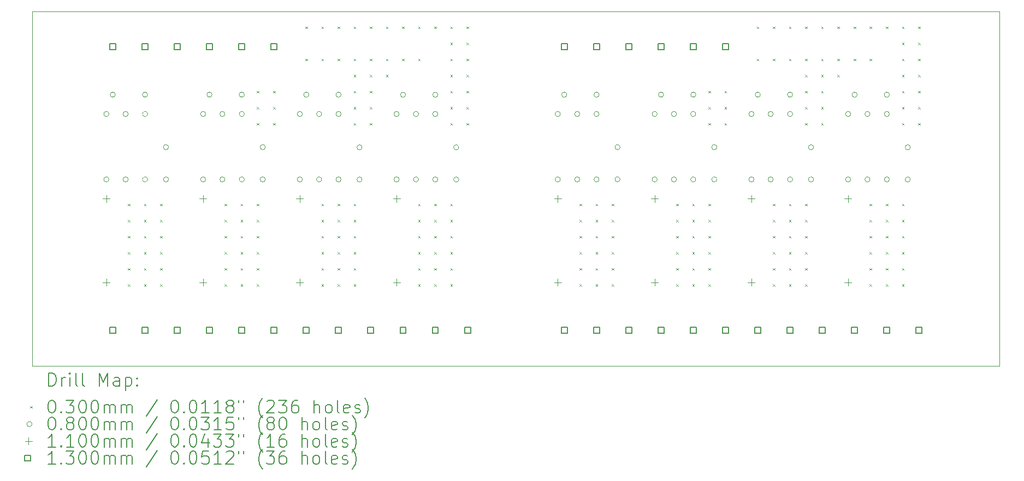
<source format=gbr>
%TF.GenerationSoftware,KiCad,Pcbnew,8.0.0*%
%TF.CreationDate,2024-04-03T18:38:57+02:00*%
%TF.ProjectId,zf-filter,7a662d66-696c-4746-9572-2e6b69636164,1.0*%
%TF.SameCoordinates,Original*%
%TF.FileFunction,Drillmap*%
%TF.FilePolarity,Positive*%
%FSLAX45Y45*%
G04 Gerber Fmt 4.5, Leading zero omitted, Abs format (unit mm)*
G04 Created by KiCad (PCBNEW 8.0.0) date 2024-04-03 18:38:57*
%MOMM*%
%LPD*%
G01*
G04 APERTURE LIST*
%ADD10C,0.050000*%
%ADD11C,0.200000*%
%ADD12C,0.100000*%
%ADD13C,0.110000*%
%ADD14C,0.130000*%
G04 APERTURE END LIST*
D10*
X7500000Y-8000000D02*
X22500000Y-8000000D01*
X22500000Y-13500000D01*
X7500000Y-13500000D01*
X7500000Y-8000000D01*
D11*
D12*
X8985000Y-10985000D02*
X9015000Y-11015000D01*
X9015000Y-10985000D02*
X8985000Y-11015000D01*
X8985000Y-11235000D02*
X9015000Y-11265000D01*
X9015000Y-11235000D02*
X8985000Y-11265000D01*
X8985000Y-11485000D02*
X9015000Y-11515000D01*
X9015000Y-11485000D02*
X8985000Y-11515000D01*
X8985000Y-11735000D02*
X9015000Y-11765000D01*
X9015000Y-11735000D02*
X8985000Y-11765000D01*
X8985000Y-11985000D02*
X9015000Y-12015000D01*
X9015000Y-11985000D02*
X8985000Y-12015000D01*
X8985000Y-12235000D02*
X9015000Y-12265000D01*
X9015000Y-12235000D02*
X8985000Y-12265000D01*
X9235000Y-10985000D02*
X9265000Y-11015000D01*
X9265000Y-10985000D02*
X9235000Y-11015000D01*
X9235000Y-11235000D02*
X9265000Y-11265000D01*
X9265000Y-11235000D02*
X9235000Y-11265000D01*
X9235000Y-11485000D02*
X9265000Y-11515000D01*
X9265000Y-11485000D02*
X9235000Y-11515000D01*
X9235000Y-11735000D02*
X9265000Y-11765000D01*
X9265000Y-11735000D02*
X9235000Y-11765000D01*
X9235000Y-11985000D02*
X9265000Y-12015000D01*
X9265000Y-11985000D02*
X9235000Y-12015000D01*
X9235000Y-12235000D02*
X9265000Y-12265000D01*
X9265000Y-12235000D02*
X9235000Y-12265000D01*
X9485000Y-10985000D02*
X9515000Y-11015000D01*
X9515000Y-10985000D02*
X9485000Y-11015000D01*
X9485000Y-11235000D02*
X9515000Y-11265000D01*
X9515000Y-11235000D02*
X9485000Y-11265000D01*
X9485000Y-11485000D02*
X9515000Y-11515000D01*
X9515000Y-11485000D02*
X9485000Y-11515000D01*
X9485000Y-11735000D02*
X9515000Y-11765000D01*
X9515000Y-11735000D02*
X9485000Y-11765000D01*
X9485000Y-11985000D02*
X9515000Y-12015000D01*
X9515000Y-11985000D02*
X9485000Y-12015000D01*
X9485000Y-12235000D02*
X9515000Y-12265000D01*
X9515000Y-12235000D02*
X9485000Y-12265000D01*
X10485000Y-10985000D02*
X10515000Y-11015000D01*
X10515000Y-10985000D02*
X10485000Y-11015000D01*
X10485000Y-11235000D02*
X10515000Y-11265000D01*
X10515000Y-11235000D02*
X10485000Y-11265000D01*
X10485000Y-11485000D02*
X10515000Y-11515000D01*
X10515000Y-11485000D02*
X10485000Y-11515000D01*
X10485000Y-11735000D02*
X10515000Y-11765000D01*
X10515000Y-11735000D02*
X10485000Y-11765000D01*
X10485000Y-11985000D02*
X10515000Y-12015000D01*
X10515000Y-11985000D02*
X10485000Y-12015000D01*
X10485000Y-12235000D02*
X10515000Y-12265000D01*
X10515000Y-12235000D02*
X10485000Y-12265000D01*
X10735000Y-10985000D02*
X10765000Y-11015000D01*
X10765000Y-10985000D02*
X10735000Y-11015000D01*
X10735000Y-11235000D02*
X10765000Y-11265000D01*
X10765000Y-11235000D02*
X10735000Y-11265000D01*
X10735000Y-11485000D02*
X10765000Y-11515000D01*
X10765000Y-11485000D02*
X10735000Y-11515000D01*
X10735000Y-11735000D02*
X10765000Y-11765000D01*
X10765000Y-11735000D02*
X10735000Y-11765000D01*
X10735000Y-11985000D02*
X10765000Y-12015000D01*
X10765000Y-11985000D02*
X10735000Y-12015000D01*
X10735000Y-12235000D02*
X10765000Y-12265000D01*
X10765000Y-12235000D02*
X10735000Y-12265000D01*
X10985000Y-9235000D02*
X11015000Y-9265000D01*
X11015000Y-9235000D02*
X10985000Y-9265000D01*
X10985000Y-9485000D02*
X11015000Y-9515000D01*
X11015000Y-9485000D02*
X10985000Y-9515000D01*
X10985000Y-9735000D02*
X11015000Y-9765000D01*
X11015000Y-9735000D02*
X10985000Y-9765000D01*
X10985000Y-10985000D02*
X11015000Y-11015000D01*
X11015000Y-10985000D02*
X10985000Y-11015000D01*
X10985000Y-11235000D02*
X11015000Y-11265000D01*
X11015000Y-11235000D02*
X10985000Y-11265000D01*
X10985000Y-11485000D02*
X11015000Y-11515000D01*
X11015000Y-11485000D02*
X10985000Y-11515000D01*
X10985000Y-11735000D02*
X11015000Y-11765000D01*
X11015000Y-11735000D02*
X10985000Y-11765000D01*
X10985000Y-11985000D02*
X11015000Y-12015000D01*
X11015000Y-11985000D02*
X10985000Y-12015000D01*
X10985000Y-12235000D02*
X11015000Y-12265000D01*
X11015000Y-12235000D02*
X10985000Y-12265000D01*
X11235000Y-9235000D02*
X11265000Y-9265000D01*
X11265000Y-9235000D02*
X11235000Y-9265000D01*
X11235000Y-9485000D02*
X11265000Y-9515000D01*
X11265000Y-9485000D02*
X11235000Y-9515000D01*
X11235000Y-9735000D02*
X11265000Y-9765000D01*
X11265000Y-9735000D02*
X11235000Y-9765000D01*
X11735000Y-8235000D02*
X11765000Y-8265000D01*
X11765000Y-8235000D02*
X11735000Y-8265000D01*
X11735000Y-8735000D02*
X11765000Y-8765000D01*
X11765000Y-8735000D02*
X11735000Y-8765000D01*
X11985000Y-8235000D02*
X12015000Y-8265000D01*
X12015000Y-8235000D02*
X11985000Y-8265000D01*
X11985000Y-8735000D02*
X12015000Y-8765000D01*
X12015000Y-8735000D02*
X11985000Y-8765000D01*
X11985000Y-10985000D02*
X12015000Y-11015000D01*
X12015000Y-10985000D02*
X11985000Y-11015000D01*
X11985000Y-11235000D02*
X12015000Y-11265000D01*
X12015000Y-11235000D02*
X11985000Y-11265000D01*
X11985000Y-11485000D02*
X12015000Y-11515000D01*
X12015000Y-11485000D02*
X11985000Y-11515000D01*
X11985000Y-11735000D02*
X12015000Y-11765000D01*
X12015000Y-11735000D02*
X11985000Y-11765000D01*
X11985000Y-11985000D02*
X12015000Y-12015000D01*
X12015000Y-11985000D02*
X11985000Y-12015000D01*
X11985000Y-12235000D02*
X12015000Y-12265000D01*
X12015000Y-12235000D02*
X11985000Y-12265000D01*
X12235000Y-8235000D02*
X12265000Y-8265000D01*
X12265000Y-8235000D02*
X12235000Y-8265000D01*
X12235000Y-8735000D02*
X12265000Y-8765000D01*
X12265000Y-8735000D02*
X12235000Y-8765000D01*
X12235000Y-10985000D02*
X12265000Y-11015000D01*
X12265000Y-10985000D02*
X12235000Y-11015000D01*
X12235000Y-11235000D02*
X12265000Y-11265000D01*
X12265000Y-11235000D02*
X12235000Y-11265000D01*
X12235000Y-11485000D02*
X12265000Y-11515000D01*
X12265000Y-11485000D02*
X12235000Y-11515000D01*
X12235000Y-11735000D02*
X12265000Y-11765000D01*
X12265000Y-11735000D02*
X12235000Y-11765000D01*
X12235000Y-11985000D02*
X12265000Y-12015000D01*
X12265000Y-11985000D02*
X12235000Y-12015000D01*
X12235000Y-12235000D02*
X12265000Y-12265000D01*
X12265000Y-12235000D02*
X12235000Y-12265000D01*
X12485000Y-8235000D02*
X12515000Y-8265000D01*
X12515000Y-8235000D02*
X12485000Y-8265000D01*
X12485000Y-8735000D02*
X12515000Y-8765000D01*
X12515000Y-8735000D02*
X12485000Y-8765000D01*
X12485000Y-8985000D02*
X12515000Y-9015000D01*
X12515000Y-8985000D02*
X12485000Y-9015000D01*
X12485000Y-9235000D02*
X12515000Y-9265000D01*
X12515000Y-9235000D02*
X12485000Y-9265000D01*
X12485000Y-9485000D02*
X12515000Y-9515000D01*
X12515000Y-9485000D02*
X12485000Y-9515000D01*
X12485000Y-9735000D02*
X12515000Y-9765000D01*
X12515000Y-9735000D02*
X12485000Y-9765000D01*
X12485000Y-10985000D02*
X12515000Y-11015000D01*
X12515000Y-10985000D02*
X12485000Y-11015000D01*
X12485000Y-11235000D02*
X12515000Y-11265000D01*
X12515000Y-11235000D02*
X12485000Y-11265000D01*
X12485000Y-11485000D02*
X12515000Y-11515000D01*
X12515000Y-11485000D02*
X12485000Y-11515000D01*
X12485000Y-11735000D02*
X12515000Y-11765000D01*
X12515000Y-11735000D02*
X12485000Y-11765000D01*
X12485000Y-11985000D02*
X12515000Y-12015000D01*
X12515000Y-11985000D02*
X12485000Y-12015000D01*
X12485000Y-12235000D02*
X12515000Y-12265000D01*
X12515000Y-12235000D02*
X12485000Y-12265000D01*
X12735000Y-8235000D02*
X12765000Y-8265000D01*
X12765000Y-8235000D02*
X12735000Y-8265000D01*
X12735000Y-8735000D02*
X12765000Y-8765000D01*
X12765000Y-8735000D02*
X12735000Y-8765000D01*
X12735000Y-8985000D02*
X12765000Y-9015000D01*
X12765000Y-8985000D02*
X12735000Y-9015000D01*
X12735000Y-9235000D02*
X12765000Y-9265000D01*
X12765000Y-9235000D02*
X12735000Y-9265000D01*
X12735000Y-9485000D02*
X12765000Y-9515000D01*
X12765000Y-9485000D02*
X12735000Y-9515000D01*
X12735000Y-9735000D02*
X12765000Y-9765000D01*
X12765000Y-9735000D02*
X12735000Y-9765000D01*
X12985000Y-8235000D02*
X13015000Y-8265000D01*
X13015000Y-8235000D02*
X12985000Y-8265000D01*
X12985000Y-8735000D02*
X13015000Y-8765000D01*
X13015000Y-8735000D02*
X12985000Y-8765000D01*
X12985000Y-8985000D02*
X13015000Y-9015000D01*
X13015000Y-8985000D02*
X12985000Y-9015000D01*
X13235000Y-8235000D02*
X13265000Y-8265000D01*
X13265000Y-8235000D02*
X13235000Y-8265000D01*
X13235000Y-8735000D02*
X13265000Y-8765000D01*
X13265000Y-8735000D02*
X13235000Y-8765000D01*
X13485000Y-8235000D02*
X13515000Y-8265000D01*
X13515000Y-8235000D02*
X13485000Y-8265000D01*
X13485000Y-8735000D02*
X13515000Y-8765000D01*
X13515000Y-8735000D02*
X13485000Y-8765000D01*
X13485000Y-10985000D02*
X13515000Y-11015000D01*
X13515000Y-10985000D02*
X13485000Y-11015000D01*
X13485000Y-11235000D02*
X13515000Y-11265000D01*
X13515000Y-11235000D02*
X13485000Y-11265000D01*
X13485000Y-11485000D02*
X13515000Y-11515000D01*
X13515000Y-11485000D02*
X13485000Y-11515000D01*
X13485000Y-11735000D02*
X13515000Y-11765000D01*
X13515000Y-11735000D02*
X13485000Y-11765000D01*
X13485000Y-11985000D02*
X13515000Y-12015000D01*
X13515000Y-11985000D02*
X13485000Y-12015000D01*
X13485000Y-12235000D02*
X13515000Y-12265000D01*
X13515000Y-12235000D02*
X13485000Y-12265000D01*
X13735000Y-8235000D02*
X13765000Y-8265000D01*
X13765000Y-8235000D02*
X13735000Y-8265000D01*
X13735000Y-10985000D02*
X13765000Y-11015000D01*
X13765000Y-10985000D02*
X13735000Y-11015000D01*
X13735000Y-11235000D02*
X13765000Y-11265000D01*
X13765000Y-11235000D02*
X13735000Y-11265000D01*
X13735000Y-11485000D02*
X13765000Y-11515000D01*
X13765000Y-11485000D02*
X13735000Y-11515000D01*
X13735000Y-11735000D02*
X13765000Y-11765000D01*
X13765000Y-11735000D02*
X13735000Y-11765000D01*
X13735000Y-11985000D02*
X13765000Y-12015000D01*
X13765000Y-11985000D02*
X13735000Y-12015000D01*
X13735000Y-12235000D02*
X13765000Y-12265000D01*
X13765000Y-12235000D02*
X13735000Y-12265000D01*
X13985000Y-8235000D02*
X14015000Y-8265000D01*
X14015000Y-8235000D02*
X13985000Y-8265000D01*
X13985000Y-8485000D02*
X14015000Y-8515000D01*
X14015000Y-8485000D02*
X13985000Y-8515000D01*
X13985000Y-8735000D02*
X14015000Y-8765000D01*
X14015000Y-8735000D02*
X13985000Y-8765000D01*
X13985000Y-8985000D02*
X14015000Y-9015000D01*
X14015000Y-8985000D02*
X13985000Y-9015000D01*
X13985000Y-9235000D02*
X14015000Y-9265000D01*
X14015000Y-9235000D02*
X13985000Y-9265000D01*
X13985000Y-9485000D02*
X14015000Y-9515000D01*
X14015000Y-9485000D02*
X13985000Y-9515000D01*
X13985000Y-9735000D02*
X14015000Y-9765000D01*
X14015000Y-9735000D02*
X13985000Y-9765000D01*
X13985000Y-10985000D02*
X14015000Y-11015000D01*
X14015000Y-10985000D02*
X13985000Y-11015000D01*
X13985000Y-11235000D02*
X14015000Y-11265000D01*
X14015000Y-11235000D02*
X13985000Y-11265000D01*
X13985000Y-11485000D02*
X14015000Y-11515000D01*
X14015000Y-11485000D02*
X13985000Y-11515000D01*
X13985000Y-11735000D02*
X14015000Y-11765000D01*
X14015000Y-11735000D02*
X13985000Y-11765000D01*
X13985000Y-11985000D02*
X14015000Y-12015000D01*
X14015000Y-11985000D02*
X13985000Y-12015000D01*
X13985000Y-12235000D02*
X14015000Y-12265000D01*
X14015000Y-12235000D02*
X13985000Y-12265000D01*
X14235000Y-8235000D02*
X14265000Y-8265000D01*
X14265000Y-8235000D02*
X14235000Y-8265000D01*
X14235000Y-8485000D02*
X14265000Y-8515000D01*
X14265000Y-8485000D02*
X14235000Y-8515000D01*
X14235000Y-8735000D02*
X14265000Y-8765000D01*
X14265000Y-8735000D02*
X14235000Y-8765000D01*
X14235000Y-8985000D02*
X14265000Y-9015000D01*
X14265000Y-8985000D02*
X14235000Y-9015000D01*
X14235000Y-9235000D02*
X14265000Y-9265000D01*
X14265000Y-9235000D02*
X14235000Y-9265000D01*
X14235000Y-9485000D02*
X14265000Y-9515000D01*
X14265000Y-9485000D02*
X14235000Y-9515000D01*
X14235000Y-9735000D02*
X14265000Y-9765000D01*
X14265000Y-9735000D02*
X14235000Y-9765000D01*
X15985000Y-10985000D02*
X16015000Y-11015000D01*
X16015000Y-10985000D02*
X15985000Y-11015000D01*
X15985000Y-11235000D02*
X16015000Y-11265000D01*
X16015000Y-11235000D02*
X15985000Y-11265000D01*
X15985000Y-11485000D02*
X16015000Y-11515000D01*
X16015000Y-11485000D02*
X15985000Y-11515000D01*
X15985000Y-11735000D02*
X16015000Y-11765000D01*
X16015000Y-11735000D02*
X15985000Y-11765000D01*
X15985000Y-11985000D02*
X16015000Y-12015000D01*
X16015000Y-11985000D02*
X15985000Y-12015000D01*
X15985000Y-12235000D02*
X16015000Y-12265000D01*
X16015000Y-12235000D02*
X15985000Y-12265000D01*
X16235000Y-10985000D02*
X16265000Y-11015000D01*
X16265000Y-10985000D02*
X16235000Y-11015000D01*
X16235000Y-11235000D02*
X16265000Y-11265000D01*
X16265000Y-11235000D02*
X16235000Y-11265000D01*
X16235000Y-11485000D02*
X16265000Y-11515000D01*
X16265000Y-11485000D02*
X16235000Y-11515000D01*
X16235000Y-11735000D02*
X16265000Y-11765000D01*
X16265000Y-11735000D02*
X16235000Y-11765000D01*
X16235000Y-11985000D02*
X16265000Y-12015000D01*
X16265000Y-11985000D02*
X16235000Y-12015000D01*
X16235000Y-12235000D02*
X16265000Y-12265000D01*
X16265000Y-12235000D02*
X16235000Y-12265000D01*
X16485000Y-10985000D02*
X16515000Y-11015000D01*
X16515000Y-10985000D02*
X16485000Y-11015000D01*
X16485000Y-11235000D02*
X16515000Y-11265000D01*
X16515000Y-11235000D02*
X16485000Y-11265000D01*
X16485000Y-11485000D02*
X16515000Y-11515000D01*
X16515000Y-11485000D02*
X16485000Y-11515000D01*
X16485000Y-11735000D02*
X16515000Y-11765000D01*
X16515000Y-11735000D02*
X16485000Y-11765000D01*
X16485000Y-11985000D02*
X16515000Y-12015000D01*
X16515000Y-11985000D02*
X16485000Y-12015000D01*
X16485000Y-12235000D02*
X16515000Y-12265000D01*
X16515000Y-12235000D02*
X16485000Y-12265000D01*
X17485000Y-10985000D02*
X17515000Y-11015000D01*
X17515000Y-10985000D02*
X17485000Y-11015000D01*
X17485000Y-11235000D02*
X17515000Y-11265000D01*
X17515000Y-11235000D02*
X17485000Y-11265000D01*
X17485000Y-11485000D02*
X17515000Y-11515000D01*
X17515000Y-11485000D02*
X17485000Y-11515000D01*
X17485000Y-11735000D02*
X17515000Y-11765000D01*
X17515000Y-11735000D02*
X17485000Y-11765000D01*
X17485000Y-11985000D02*
X17515000Y-12015000D01*
X17515000Y-11985000D02*
X17485000Y-12015000D01*
X17485000Y-12235000D02*
X17515000Y-12265000D01*
X17515000Y-12235000D02*
X17485000Y-12265000D01*
X17735000Y-10985000D02*
X17765000Y-11015000D01*
X17765000Y-10985000D02*
X17735000Y-11015000D01*
X17735000Y-11235000D02*
X17765000Y-11265000D01*
X17765000Y-11235000D02*
X17735000Y-11265000D01*
X17735000Y-11485000D02*
X17765000Y-11515000D01*
X17765000Y-11485000D02*
X17735000Y-11515000D01*
X17735000Y-11735000D02*
X17765000Y-11765000D01*
X17765000Y-11735000D02*
X17735000Y-11765000D01*
X17735000Y-11985000D02*
X17765000Y-12015000D01*
X17765000Y-11985000D02*
X17735000Y-12015000D01*
X17735000Y-12235000D02*
X17765000Y-12265000D01*
X17765000Y-12235000D02*
X17735000Y-12265000D01*
X17985000Y-9235000D02*
X18015000Y-9265000D01*
X18015000Y-9235000D02*
X17985000Y-9265000D01*
X17985000Y-9485000D02*
X18015000Y-9515000D01*
X18015000Y-9485000D02*
X17985000Y-9515000D01*
X17985000Y-9735000D02*
X18015000Y-9765000D01*
X18015000Y-9735000D02*
X17985000Y-9765000D01*
X17985000Y-10985000D02*
X18015000Y-11015000D01*
X18015000Y-10985000D02*
X17985000Y-11015000D01*
X17985000Y-11235000D02*
X18015000Y-11265000D01*
X18015000Y-11235000D02*
X17985000Y-11265000D01*
X17985000Y-11485000D02*
X18015000Y-11515000D01*
X18015000Y-11485000D02*
X17985000Y-11515000D01*
X17985000Y-11735000D02*
X18015000Y-11765000D01*
X18015000Y-11735000D02*
X17985000Y-11765000D01*
X17985000Y-11985000D02*
X18015000Y-12015000D01*
X18015000Y-11985000D02*
X17985000Y-12015000D01*
X17985000Y-12235000D02*
X18015000Y-12265000D01*
X18015000Y-12235000D02*
X17985000Y-12265000D01*
X18235000Y-9235000D02*
X18265000Y-9265000D01*
X18265000Y-9235000D02*
X18235000Y-9265000D01*
X18235000Y-9485000D02*
X18265000Y-9515000D01*
X18265000Y-9485000D02*
X18235000Y-9515000D01*
X18235000Y-9735000D02*
X18265000Y-9765000D01*
X18265000Y-9735000D02*
X18235000Y-9765000D01*
X18735000Y-8235000D02*
X18765000Y-8265000D01*
X18765000Y-8235000D02*
X18735000Y-8265000D01*
X18735000Y-8735000D02*
X18765000Y-8765000D01*
X18765000Y-8735000D02*
X18735000Y-8765000D01*
X18985000Y-8235000D02*
X19015000Y-8265000D01*
X19015000Y-8235000D02*
X18985000Y-8265000D01*
X18985000Y-8735000D02*
X19015000Y-8765000D01*
X19015000Y-8735000D02*
X18985000Y-8765000D01*
X18985000Y-10985000D02*
X19015000Y-11015000D01*
X19015000Y-10985000D02*
X18985000Y-11015000D01*
X18985000Y-11235000D02*
X19015000Y-11265000D01*
X19015000Y-11235000D02*
X18985000Y-11265000D01*
X18985000Y-11485000D02*
X19015000Y-11515000D01*
X19015000Y-11485000D02*
X18985000Y-11515000D01*
X18985000Y-11735000D02*
X19015000Y-11765000D01*
X19015000Y-11735000D02*
X18985000Y-11765000D01*
X18985000Y-11985000D02*
X19015000Y-12015000D01*
X19015000Y-11985000D02*
X18985000Y-12015000D01*
X18985000Y-12235000D02*
X19015000Y-12265000D01*
X19015000Y-12235000D02*
X18985000Y-12265000D01*
X19235000Y-8235000D02*
X19265000Y-8265000D01*
X19265000Y-8235000D02*
X19235000Y-8265000D01*
X19235000Y-8735000D02*
X19265000Y-8765000D01*
X19265000Y-8735000D02*
X19235000Y-8765000D01*
X19235000Y-10985000D02*
X19265000Y-11015000D01*
X19265000Y-10985000D02*
X19235000Y-11015000D01*
X19235000Y-11235000D02*
X19265000Y-11265000D01*
X19265000Y-11235000D02*
X19235000Y-11265000D01*
X19235000Y-11485000D02*
X19265000Y-11515000D01*
X19265000Y-11485000D02*
X19235000Y-11515000D01*
X19235000Y-11735000D02*
X19265000Y-11765000D01*
X19265000Y-11735000D02*
X19235000Y-11765000D01*
X19235000Y-11985000D02*
X19265000Y-12015000D01*
X19265000Y-11985000D02*
X19235000Y-12015000D01*
X19235000Y-12235000D02*
X19265000Y-12265000D01*
X19265000Y-12235000D02*
X19235000Y-12265000D01*
X19485000Y-8235000D02*
X19515000Y-8265000D01*
X19515000Y-8235000D02*
X19485000Y-8265000D01*
X19485000Y-8735000D02*
X19515000Y-8765000D01*
X19515000Y-8735000D02*
X19485000Y-8765000D01*
X19485000Y-8985000D02*
X19515000Y-9015000D01*
X19515000Y-8985000D02*
X19485000Y-9015000D01*
X19485000Y-9235000D02*
X19515000Y-9265000D01*
X19515000Y-9235000D02*
X19485000Y-9265000D01*
X19485000Y-9485000D02*
X19515000Y-9515000D01*
X19515000Y-9485000D02*
X19485000Y-9515000D01*
X19485000Y-9735000D02*
X19515000Y-9765000D01*
X19515000Y-9735000D02*
X19485000Y-9765000D01*
X19485000Y-10985000D02*
X19515000Y-11015000D01*
X19515000Y-10985000D02*
X19485000Y-11015000D01*
X19485000Y-11235000D02*
X19515000Y-11265000D01*
X19515000Y-11235000D02*
X19485000Y-11265000D01*
X19485000Y-11485000D02*
X19515000Y-11515000D01*
X19515000Y-11485000D02*
X19485000Y-11515000D01*
X19485000Y-11735000D02*
X19515000Y-11765000D01*
X19515000Y-11735000D02*
X19485000Y-11765000D01*
X19485000Y-11985000D02*
X19515000Y-12015000D01*
X19515000Y-11985000D02*
X19485000Y-12015000D01*
X19485000Y-12235000D02*
X19515000Y-12265000D01*
X19515000Y-12235000D02*
X19485000Y-12265000D01*
X19735000Y-8235000D02*
X19765000Y-8265000D01*
X19765000Y-8235000D02*
X19735000Y-8265000D01*
X19735000Y-8735000D02*
X19765000Y-8765000D01*
X19765000Y-8735000D02*
X19735000Y-8765000D01*
X19735000Y-8985000D02*
X19765000Y-9015000D01*
X19765000Y-8985000D02*
X19735000Y-9015000D01*
X19735000Y-9235000D02*
X19765000Y-9265000D01*
X19765000Y-9235000D02*
X19735000Y-9265000D01*
X19735000Y-9485000D02*
X19765000Y-9515000D01*
X19765000Y-9485000D02*
X19735000Y-9515000D01*
X19735000Y-9735000D02*
X19765000Y-9765000D01*
X19765000Y-9735000D02*
X19735000Y-9765000D01*
X19985000Y-8235000D02*
X20015000Y-8265000D01*
X20015000Y-8235000D02*
X19985000Y-8265000D01*
X19985000Y-8735000D02*
X20015000Y-8765000D01*
X20015000Y-8735000D02*
X19985000Y-8765000D01*
X19985000Y-8985000D02*
X20015000Y-9015000D01*
X20015000Y-8985000D02*
X19985000Y-9015000D01*
X20235000Y-8235000D02*
X20265000Y-8265000D01*
X20265000Y-8235000D02*
X20235000Y-8265000D01*
X20235000Y-8735000D02*
X20265000Y-8765000D01*
X20265000Y-8735000D02*
X20235000Y-8765000D01*
X20485000Y-8235000D02*
X20515000Y-8265000D01*
X20515000Y-8235000D02*
X20485000Y-8265000D01*
X20485000Y-8735000D02*
X20515000Y-8765000D01*
X20515000Y-8735000D02*
X20485000Y-8765000D01*
X20485000Y-10985000D02*
X20515000Y-11015000D01*
X20515000Y-10985000D02*
X20485000Y-11015000D01*
X20485000Y-11235000D02*
X20515000Y-11265000D01*
X20515000Y-11235000D02*
X20485000Y-11265000D01*
X20485000Y-11485000D02*
X20515000Y-11515000D01*
X20515000Y-11485000D02*
X20485000Y-11515000D01*
X20485000Y-11735000D02*
X20515000Y-11765000D01*
X20515000Y-11735000D02*
X20485000Y-11765000D01*
X20485000Y-11985000D02*
X20515000Y-12015000D01*
X20515000Y-11985000D02*
X20485000Y-12015000D01*
X20485000Y-12235000D02*
X20515000Y-12265000D01*
X20515000Y-12235000D02*
X20485000Y-12265000D01*
X20735000Y-8235000D02*
X20765000Y-8265000D01*
X20765000Y-8235000D02*
X20735000Y-8265000D01*
X20735000Y-10985000D02*
X20765000Y-11015000D01*
X20765000Y-10985000D02*
X20735000Y-11015000D01*
X20735000Y-11235000D02*
X20765000Y-11265000D01*
X20765000Y-11235000D02*
X20735000Y-11265000D01*
X20735000Y-11485000D02*
X20765000Y-11515000D01*
X20765000Y-11485000D02*
X20735000Y-11515000D01*
X20735000Y-11735000D02*
X20765000Y-11765000D01*
X20765000Y-11735000D02*
X20735000Y-11765000D01*
X20735000Y-11985000D02*
X20765000Y-12015000D01*
X20765000Y-11985000D02*
X20735000Y-12015000D01*
X20735000Y-12235000D02*
X20765000Y-12265000D01*
X20765000Y-12235000D02*
X20735000Y-12265000D01*
X20985000Y-8235000D02*
X21015000Y-8265000D01*
X21015000Y-8235000D02*
X20985000Y-8265000D01*
X20985000Y-8485000D02*
X21015000Y-8515000D01*
X21015000Y-8485000D02*
X20985000Y-8515000D01*
X20985000Y-8735000D02*
X21015000Y-8765000D01*
X21015000Y-8735000D02*
X20985000Y-8765000D01*
X20985000Y-8985000D02*
X21015000Y-9015000D01*
X21015000Y-8985000D02*
X20985000Y-9015000D01*
X20985000Y-9235000D02*
X21015000Y-9265000D01*
X21015000Y-9235000D02*
X20985000Y-9265000D01*
X20985000Y-9485000D02*
X21015000Y-9515000D01*
X21015000Y-9485000D02*
X20985000Y-9515000D01*
X20985000Y-9735000D02*
X21015000Y-9765000D01*
X21015000Y-9735000D02*
X20985000Y-9765000D01*
X20985000Y-10985000D02*
X21015000Y-11015000D01*
X21015000Y-10985000D02*
X20985000Y-11015000D01*
X20985000Y-11235000D02*
X21015000Y-11265000D01*
X21015000Y-11235000D02*
X20985000Y-11265000D01*
X20985000Y-11485000D02*
X21015000Y-11515000D01*
X21015000Y-11485000D02*
X20985000Y-11515000D01*
X20985000Y-11735000D02*
X21015000Y-11765000D01*
X21015000Y-11735000D02*
X20985000Y-11765000D01*
X20985000Y-11985000D02*
X21015000Y-12015000D01*
X21015000Y-11985000D02*
X20985000Y-12015000D01*
X20985000Y-12235000D02*
X21015000Y-12265000D01*
X21015000Y-12235000D02*
X20985000Y-12265000D01*
X21235000Y-8235000D02*
X21265000Y-8265000D01*
X21265000Y-8235000D02*
X21235000Y-8265000D01*
X21235000Y-8485000D02*
X21265000Y-8515000D01*
X21265000Y-8485000D02*
X21235000Y-8515000D01*
X21235000Y-8735000D02*
X21265000Y-8765000D01*
X21265000Y-8735000D02*
X21235000Y-8765000D01*
X21235000Y-8985000D02*
X21265000Y-9015000D01*
X21265000Y-8985000D02*
X21235000Y-9015000D01*
X21235000Y-9235000D02*
X21265000Y-9265000D01*
X21265000Y-9235000D02*
X21235000Y-9265000D01*
X21235000Y-9485000D02*
X21265000Y-9515000D01*
X21265000Y-9485000D02*
X21235000Y-9515000D01*
X21235000Y-9735000D02*
X21265000Y-9765000D01*
X21265000Y-9735000D02*
X21235000Y-9765000D01*
X8690000Y-9592000D02*
G75*
G02*
X8610000Y-9592000I-40000J0D01*
G01*
X8610000Y-9592000D02*
G75*
G02*
X8690000Y-9592000I40000J0D01*
G01*
X8690000Y-10608000D02*
G75*
G02*
X8610000Y-10608000I-40000J0D01*
G01*
X8610000Y-10608000D02*
G75*
G02*
X8690000Y-10608000I40000J0D01*
G01*
X8790000Y-9292000D02*
G75*
G02*
X8710000Y-9292000I-40000J0D01*
G01*
X8710000Y-9292000D02*
G75*
G02*
X8790000Y-9292000I40000J0D01*
G01*
X8990000Y-9592000D02*
G75*
G02*
X8910000Y-9592000I-40000J0D01*
G01*
X8910000Y-9592000D02*
G75*
G02*
X8990000Y-9592000I40000J0D01*
G01*
X8990000Y-10608000D02*
G75*
G02*
X8910000Y-10608000I-40000J0D01*
G01*
X8910000Y-10608000D02*
G75*
G02*
X8990000Y-10608000I40000J0D01*
G01*
X9290000Y-9292000D02*
G75*
G02*
X9210000Y-9292000I-40000J0D01*
G01*
X9210000Y-9292000D02*
G75*
G02*
X9290000Y-9292000I40000J0D01*
G01*
X9290000Y-9592000D02*
G75*
G02*
X9210000Y-9592000I-40000J0D01*
G01*
X9210000Y-9592000D02*
G75*
G02*
X9290000Y-9592000I40000J0D01*
G01*
X9290000Y-10608000D02*
G75*
G02*
X9210000Y-10608000I-40000J0D01*
G01*
X9210000Y-10608000D02*
G75*
G02*
X9290000Y-10608000I40000J0D01*
G01*
X9615000Y-10107000D02*
G75*
G02*
X9535000Y-10107000I-40000J0D01*
G01*
X9535000Y-10107000D02*
G75*
G02*
X9615000Y-10107000I40000J0D01*
G01*
X9615000Y-10607000D02*
G75*
G02*
X9535000Y-10607000I-40000J0D01*
G01*
X9535000Y-10607000D02*
G75*
G02*
X9615000Y-10607000I40000J0D01*
G01*
X10190000Y-9592000D02*
G75*
G02*
X10110000Y-9592000I-40000J0D01*
G01*
X10110000Y-9592000D02*
G75*
G02*
X10190000Y-9592000I40000J0D01*
G01*
X10190000Y-10608000D02*
G75*
G02*
X10110000Y-10608000I-40000J0D01*
G01*
X10110000Y-10608000D02*
G75*
G02*
X10190000Y-10608000I40000J0D01*
G01*
X10290000Y-9292000D02*
G75*
G02*
X10210000Y-9292000I-40000J0D01*
G01*
X10210000Y-9292000D02*
G75*
G02*
X10290000Y-9292000I40000J0D01*
G01*
X10490000Y-9592000D02*
G75*
G02*
X10410000Y-9592000I-40000J0D01*
G01*
X10410000Y-9592000D02*
G75*
G02*
X10490000Y-9592000I40000J0D01*
G01*
X10490000Y-10608000D02*
G75*
G02*
X10410000Y-10608000I-40000J0D01*
G01*
X10410000Y-10608000D02*
G75*
G02*
X10490000Y-10608000I40000J0D01*
G01*
X10790000Y-9292000D02*
G75*
G02*
X10710000Y-9292000I-40000J0D01*
G01*
X10710000Y-9292000D02*
G75*
G02*
X10790000Y-9292000I40000J0D01*
G01*
X10790000Y-9592000D02*
G75*
G02*
X10710000Y-9592000I-40000J0D01*
G01*
X10710000Y-9592000D02*
G75*
G02*
X10790000Y-9592000I40000J0D01*
G01*
X10790000Y-10608000D02*
G75*
G02*
X10710000Y-10608000I-40000J0D01*
G01*
X10710000Y-10608000D02*
G75*
G02*
X10790000Y-10608000I40000J0D01*
G01*
X11115000Y-10107000D02*
G75*
G02*
X11035000Y-10107000I-40000J0D01*
G01*
X11035000Y-10107000D02*
G75*
G02*
X11115000Y-10107000I40000J0D01*
G01*
X11115000Y-10607000D02*
G75*
G02*
X11035000Y-10607000I-40000J0D01*
G01*
X11035000Y-10607000D02*
G75*
G02*
X11115000Y-10607000I40000J0D01*
G01*
X11690000Y-9592000D02*
G75*
G02*
X11610000Y-9592000I-40000J0D01*
G01*
X11610000Y-9592000D02*
G75*
G02*
X11690000Y-9592000I40000J0D01*
G01*
X11690000Y-10608000D02*
G75*
G02*
X11610000Y-10608000I-40000J0D01*
G01*
X11610000Y-10608000D02*
G75*
G02*
X11690000Y-10608000I40000J0D01*
G01*
X11790000Y-9292000D02*
G75*
G02*
X11710000Y-9292000I-40000J0D01*
G01*
X11710000Y-9292000D02*
G75*
G02*
X11790000Y-9292000I40000J0D01*
G01*
X11990000Y-9592000D02*
G75*
G02*
X11910000Y-9592000I-40000J0D01*
G01*
X11910000Y-9592000D02*
G75*
G02*
X11990000Y-9592000I40000J0D01*
G01*
X11990000Y-10608000D02*
G75*
G02*
X11910000Y-10608000I-40000J0D01*
G01*
X11910000Y-10608000D02*
G75*
G02*
X11990000Y-10608000I40000J0D01*
G01*
X12290000Y-9292000D02*
G75*
G02*
X12210000Y-9292000I-40000J0D01*
G01*
X12210000Y-9292000D02*
G75*
G02*
X12290000Y-9292000I40000J0D01*
G01*
X12290000Y-9592000D02*
G75*
G02*
X12210000Y-9592000I-40000J0D01*
G01*
X12210000Y-9592000D02*
G75*
G02*
X12290000Y-9592000I40000J0D01*
G01*
X12290000Y-10608000D02*
G75*
G02*
X12210000Y-10608000I-40000J0D01*
G01*
X12210000Y-10608000D02*
G75*
G02*
X12290000Y-10608000I40000J0D01*
G01*
X12615000Y-10109500D02*
G75*
G02*
X12535000Y-10109500I-40000J0D01*
G01*
X12535000Y-10109500D02*
G75*
G02*
X12615000Y-10109500I40000J0D01*
G01*
X12615000Y-10609500D02*
G75*
G02*
X12535000Y-10609500I-40000J0D01*
G01*
X12535000Y-10609500D02*
G75*
G02*
X12615000Y-10609500I40000J0D01*
G01*
X13190000Y-9592000D02*
G75*
G02*
X13110000Y-9592000I-40000J0D01*
G01*
X13110000Y-9592000D02*
G75*
G02*
X13190000Y-9592000I40000J0D01*
G01*
X13190000Y-10608000D02*
G75*
G02*
X13110000Y-10608000I-40000J0D01*
G01*
X13110000Y-10608000D02*
G75*
G02*
X13190000Y-10608000I40000J0D01*
G01*
X13290000Y-9292000D02*
G75*
G02*
X13210000Y-9292000I-40000J0D01*
G01*
X13210000Y-9292000D02*
G75*
G02*
X13290000Y-9292000I40000J0D01*
G01*
X13490000Y-9592000D02*
G75*
G02*
X13410000Y-9592000I-40000J0D01*
G01*
X13410000Y-9592000D02*
G75*
G02*
X13490000Y-9592000I40000J0D01*
G01*
X13490000Y-10608000D02*
G75*
G02*
X13410000Y-10608000I-40000J0D01*
G01*
X13410000Y-10608000D02*
G75*
G02*
X13490000Y-10608000I40000J0D01*
G01*
X13790000Y-9292000D02*
G75*
G02*
X13710000Y-9292000I-40000J0D01*
G01*
X13710000Y-9292000D02*
G75*
G02*
X13790000Y-9292000I40000J0D01*
G01*
X13790000Y-9592000D02*
G75*
G02*
X13710000Y-9592000I-40000J0D01*
G01*
X13710000Y-9592000D02*
G75*
G02*
X13790000Y-9592000I40000J0D01*
G01*
X13790000Y-10608000D02*
G75*
G02*
X13710000Y-10608000I-40000J0D01*
G01*
X13710000Y-10608000D02*
G75*
G02*
X13790000Y-10608000I40000J0D01*
G01*
X14115000Y-10110000D02*
G75*
G02*
X14035000Y-10110000I-40000J0D01*
G01*
X14035000Y-10110000D02*
G75*
G02*
X14115000Y-10110000I40000J0D01*
G01*
X14115000Y-10610000D02*
G75*
G02*
X14035000Y-10610000I-40000J0D01*
G01*
X14035000Y-10610000D02*
G75*
G02*
X14115000Y-10610000I40000J0D01*
G01*
X15690000Y-9592000D02*
G75*
G02*
X15610000Y-9592000I-40000J0D01*
G01*
X15610000Y-9592000D02*
G75*
G02*
X15690000Y-9592000I40000J0D01*
G01*
X15690000Y-10608000D02*
G75*
G02*
X15610000Y-10608000I-40000J0D01*
G01*
X15610000Y-10608000D02*
G75*
G02*
X15690000Y-10608000I40000J0D01*
G01*
X15790000Y-9292000D02*
G75*
G02*
X15710000Y-9292000I-40000J0D01*
G01*
X15710000Y-9292000D02*
G75*
G02*
X15790000Y-9292000I40000J0D01*
G01*
X15990000Y-9592000D02*
G75*
G02*
X15910000Y-9592000I-40000J0D01*
G01*
X15910000Y-9592000D02*
G75*
G02*
X15990000Y-9592000I40000J0D01*
G01*
X15990000Y-10608000D02*
G75*
G02*
X15910000Y-10608000I-40000J0D01*
G01*
X15910000Y-10608000D02*
G75*
G02*
X15990000Y-10608000I40000J0D01*
G01*
X16290000Y-9292000D02*
G75*
G02*
X16210000Y-9292000I-40000J0D01*
G01*
X16210000Y-9292000D02*
G75*
G02*
X16290000Y-9292000I40000J0D01*
G01*
X16290000Y-9592000D02*
G75*
G02*
X16210000Y-9592000I-40000J0D01*
G01*
X16210000Y-9592000D02*
G75*
G02*
X16290000Y-9592000I40000J0D01*
G01*
X16290000Y-10608000D02*
G75*
G02*
X16210000Y-10608000I-40000J0D01*
G01*
X16210000Y-10608000D02*
G75*
G02*
X16290000Y-10608000I40000J0D01*
G01*
X16615000Y-10107000D02*
G75*
G02*
X16535000Y-10107000I-40000J0D01*
G01*
X16535000Y-10107000D02*
G75*
G02*
X16615000Y-10107000I40000J0D01*
G01*
X16615000Y-10607000D02*
G75*
G02*
X16535000Y-10607000I-40000J0D01*
G01*
X16535000Y-10607000D02*
G75*
G02*
X16615000Y-10607000I40000J0D01*
G01*
X17190000Y-9592000D02*
G75*
G02*
X17110000Y-9592000I-40000J0D01*
G01*
X17110000Y-9592000D02*
G75*
G02*
X17190000Y-9592000I40000J0D01*
G01*
X17190000Y-10608000D02*
G75*
G02*
X17110000Y-10608000I-40000J0D01*
G01*
X17110000Y-10608000D02*
G75*
G02*
X17190000Y-10608000I40000J0D01*
G01*
X17290000Y-9292000D02*
G75*
G02*
X17210000Y-9292000I-40000J0D01*
G01*
X17210000Y-9292000D02*
G75*
G02*
X17290000Y-9292000I40000J0D01*
G01*
X17490000Y-9592000D02*
G75*
G02*
X17410000Y-9592000I-40000J0D01*
G01*
X17410000Y-9592000D02*
G75*
G02*
X17490000Y-9592000I40000J0D01*
G01*
X17490000Y-10608000D02*
G75*
G02*
X17410000Y-10608000I-40000J0D01*
G01*
X17410000Y-10608000D02*
G75*
G02*
X17490000Y-10608000I40000J0D01*
G01*
X17790000Y-9292000D02*
G75*
G02*
X17710000Y-9292000I-40000J0D01*
G01*
X17710000Y-9292000D02*
G75*
G02*
X17790000Y-9292000I40000J0D01*
G01*
X17790000Y-9592000D02*
G75*
G02*
X17710000Y-9592000I-40000J0D01*
G01*
X17710000Y-9592000D02*
G75*
G02*
X17790000Y-9592000I40000J0D01*
G01*
X17790000Y-10608000D02*
G75*
G02*
X17710000Y-10608000I-40000J0D01*
G01*
X17710000Y-10608000D02*
G75*
G02*
X17790000Y-10608000I40000J0D01*
G01*
X18115000Y-10107000D02*
G75*
G02*
X18035000Y-10107000I-40000J0D01*
G01*
X18035000Y-10107000D02*
G75*
G02*
X18115000Y-10107000I40000J0D01*
G01*
X18115000Y-10607000D02*
G75*
G02*
X18035000Y-10607000I-40000J0D01*
G01*
X18035000Y-10607000D02*
G75*
G02*
X18115000Y-10607000I40000J0D01*
G01*
X18690000Y-9592000D02*
G75*
G02*
X18610000Y-9592000I-40000J0D01*
G01*
X18610000Y-9592000D02*
G75*
G02*
X18690000Y-9592000I40000J0D01*
G01*
X18690000Y-10608000D02*
G75*
G02*
X18610000Y-10608000I-40000J0D01*
G01*
X18610000Y-10608000D02*
G75*
G02*
X18690000Y-10608000I40000J0D01*
G01*
X18790000Y-9292000D02*
G75*
G02*
X18710000Y-9292000I-40000J0D01*
G01*
X18710000Y-9292000D02*
G75*
G02*
X18790000Y-9292000I40000J0D01*
G01*
X18990000Y-9592000D02*
G75*
G02*
X18910000Y-9592000I-40000J0D01*
G01*
X18910000Y-9592000D02*
G75*
G02*
X18990000Y-9592000I40000J0D01*
G01*
X18990000Y-10608000D02*
G75*
G02*
X18910000Y-10608000I-40000J0D01*
G01*
X18910000Y-10608000D02*
G75*
G02*
X18990000Y-10608000I40000J0D01*
G01*
X19290000Y-9292000D02*
G75*
G02*
X19210000Y-9292000I-40000J0D01*
G01*
X19210000Y-9292000D02*
G75*
G02*
X19290000Y-9292000I40000J0D01*
G01*
X19290000Y-9592000D02*
G75*
G02*
X19210000Y-9592000I-40000J0D01*
G01*
X19210000Y-9592000D02*
G75*
G02*
X19290000Y-9592000I40000J0D01*
G01*
X19290000Y-10608000D02*
G75*
G02*
X19210000Y-10608000I-40000J0D01*
G01*
X19210000Y-10608000D02*
G75*
G02*
X19290000Y-10608000I40000J0D01*
G01*
X19615000Y-10109500D02*
G75*
G02*
X19535000Y-10109500I-40000J0D01*
G01*
X19535000Y-10109500D02*
G75*
G02*
X19615000Y-10109500I40000J0D01*
G01*
X19615000Y-10609500D02*
G75*
G02*
X19535000Y-10609500I-40000J0D01*
G01*
X19535000Y-10609500D02*
G75*
G02*
X19615000Y-10609500I40000J0D01*
G01*
X20190000Y-9592000D02*
G75*
G02*
X20110000Y-9592000I-40000J0D01*
G01*
X20110000Y-9592000D02*
G75*
G02*
X20190000Y-9592000I40000J0D01*
G01*
X20190000Y-10608000D02*
G75*
G02*
X20110000Y-10608000I-40000J0D01*
G01*
X20110000Y-10608000D02*
G75*
G02*
X20190000Y-10608000I40000J0D01*
G01*
X20290000Y-9292000D02*
G75*
G02*
X20210000Y-9292000I-40000J0D01*
G01*
X20210000Y-9292000D02*
G75*
G02*
X20290000Y-9292000I40000J0D01*
G01*
X20490000Y-9592000D02*
G75*
G02*
X20410000Y-9592000I-40000J0D01*
G01*
X20410000Y-9592000D02*
G75*
G02*
X20490000Y-9592000I40000J0D01*
G01*
X20490000Y-10608000D02*
G75*
G02*
X20410000Y-10608000I-40000J0D01*
G01*
X20410000Y-10608000D02*
G75*
G02*
X20490000Y-10608000I40000J0D01*
G01*
X20790000Y-9292000D02*
G75*
G02*
X20710000Y-9292000I-40000J0D01*
G01*
X20710000Y-9292000D02*
G75*
G02*
X20790000Y-9292000I40000J0D01*
G01*
X20790000Y-9592000D02*
G75*
G02*
X20710000Y-9592000I-40000J0D01*
G01*
X20710000Y-9592000D02*
G75*
G02*
X20790000Y-9592000I40000J0D01*
G01*
X20790000Y-10608000D02*
G75*
G02*
X20710000Y-10608000I-40000J0D01*
G01*
X20710000Y-10608000D02*
G75*
G02*
X20790000Y-10608000I40000J0D01*
G01*
X21115000Y-10110000D02*
G75*
G02*
X21035000Y-10110000I-40000J0D01*
G01*
X21035000Y-10110000D02*
G75*
G02*
X21115000Y-10110000I40000J0D01*
G01*
X21115000Y-10610000D02*
G75*
G02*
X21035000Y-10610000I-40000J0D01*
G01*
X21035000Y-10610000D02*
G75*
G02*
X21115000Y-10610000I40000J0D01*
G01*
D13*
X8650000Y-10853000D02*
X8650000Y-10963000D01*
X8595000Y-10908000D02*
X8705000Y-10908000D01*
X8650000Y-12153000D02*
X8650000Y-12263000D01*
X8595000Y-12208000D02*
X8705000Y-12208000D01*
X10150000Y-10853000D02*
X10150000Y-10963000D01*
X10095000Y-10908000D02*
X10205000Y-10908000D01*
X10150000Y-12153000D02*
X10150000Y-12263000D01*
X10095000Y-12208000D02*
X10205000Y-12208000D01*
X11650000Y-10853000D02*
X11650000Y-10963000D01*
X11595000Y-10908000D02*
X11705000Y-10908000D01*
X11650000Y-12153000D02*
X11650000Y-12263000D01*
X11595000Y-12208000D02*
X11705000Y-12208000D01*
X13150000Y-10853000D02*
X13150000Y-10963000D01*
X13095000Y-10908000D02*
X13205000Y-10908000D01*
X13150000Y-12153000D02*
X13150000Y-12263000D01*
X13095000Y-12208000D02*
X13205000Y-12208000D01*
X15650000Y-10853000D02*
X15650000Y-10963000D01*
X15595000Y-10908000D02*
X15705000Y-10908000D01*
X15650000Y-12153000D02*
X15650000Y-12263000D01*
X15595000Y-12208000D02*
X15705000Y-12208000D01*
X17150000Y-10853000D02*
X17150000Y-10963000D01*
X17095000Y-10908000D02*
X17205000Y-10908000D01*
X17150000Y-12153000D02*
X17150000Y-12263000D01*
X17095000Y-12208000D02*
X17205000Y-12208000D01*
X18650000Y-10853000D02*
X18650000Y-10963000D01*
X18595000Y-10908000D02*
X18705000Y-10908000D01*
X18650000Y-12153000D02*
X18650000Y-12263000D01*
X18595000Y-12208000D02*
X18705000Y-12208000D01*
X20150000Y-10853000D02*
X20150000Y-10963000D01*
X20095000Y-10908000D02*
X20205000Y-10908000D01*
X20150000Y-12153000D02*
X20150000Y-12263000D01*
X20095000Y-12208000D02*
X20205000Y-12208000D01*
D14*
X8795962Y-8595962D02*
X8795962Y-8504038D01*
X8704038Y-8504038D01*
X8704038Y-8595962D01*
X8795962Y-8595962D01*
X8795962Y-12995962D02*
X8795962Y-12904038D01*
X8704038Y-12904038D01*
X8704038Y-12995962D01*
X8795962Y-12995962D01*
X9295962Y-8595962D02*
X9295962Y-8504038D01*
X9204038Y-8504038D01*
X9204038Y-8595962D01*
X9295962Y-8595962D01*
X9295962Y-12995962D02*
X9295962Y-12904038D01*
X9204038Y-12904038D01*
X9204038Y-12995962D01*
X9295962Y-12995962D01*
X9795962Y-8595962D02*
X9795962Y-8504038D01*
X9704038Y-8504038D01*
X9704038Y-8595962D01*
X9795962Y-8595962D01*
X9795962Y-12995962D02*
X9795962Y-12904038D01*
X9704038Y-12904038D01*
X9704038Y-12995962D01*
X9795962Y-12995962D01*
X10295962Y-8595962D02*
X10295962Y-8504038D01*
X10204038Y-8504038D01*
X10204038Y-8595962D01*
X10295962Y-8595962D01*
X10295962Y-12995962D02*
X10295962Y-12904038D01*
X10204038Y-12904038D01*
X10204038Y-12995962D01*
X10295962Y-12995962D01*
X10795962Y-8595962D02*
X10795962Y-8504038D01*
X10704038Y-8504038D01*
X10704038Y-8595962D01*
X10795962Y-8595962D01*
X10795962Y-12995962D02*
X10795962Y-12904038D01*
X10704038Y-12904038D01*
X10704038Y-12995962D01*
X10795962Y-12995962D01*
X11295962Y-8595962D02*
X11295962Y-8504038D01*
X11204038Y-8504038D01*
X11204038Y-8595962D01*
X11295962Y-8595962D01*
X11295962Y-12995962D02*
X11295962Y-12904038D01*
X11204038Y-12904038D01*
X11204038Y-12995962D01*
X11295962Y-12995962D01*
X11795962Y-12995962D02*
X11795962Y-12904038D01*
X11704038Y-12904038D01*
X11704038Y-12995962D01*
X11795962Y-12995962D01*
X12295962Y-12995962D02*
X12295962Y-12904038D01*
X12204038Y-12904038D01*
X12204038Y-12995962D01*
X12295962Y-12995962D01*
X12795962Y-12995962D02*
X12795962Y-12904038D01*
X12704038Y-12904038D01*
X12704038Y-12995962D01*
X12795962Y-12995962D01*
X13295962Y-12995962D02*
X13295962Y-12904038D01*
X13204038Y-12904038D01*
X13204038Y-12995962D01*
X13295962Y-12995962D01*
X13795962Y-12995962D02*
X13795962Y-12904038D01*
X13704038Y-12904038D01*
X13704038Y-12995962D01*
X13795962Y-12995962D01*
X14295962Y-12995962D02*
X14295962Y-12904038D01*
X14204038Y-12904038D01*
X14204038Y-12995962D01*
X14295962Y-12995962D01*
X15795962Y-8595962D02*
X15795962Y-8504038D01*
X15704038Y-8504038D01*
X15704038Y-8595962D01*
X15795962Y-8595962D01*
X15795962Y-12995962D02*
X15795962Y-12904038D01*
X15704038Y-12904038D01*
X15704038Y-12995962D01*
X15795962Y-12995962D01*
X16295962Y-8595962D02*
X16295962Y-8504038D01*
X16204038Y-8504038D01*
X16204038Y-8595962D01*
X16295962Y-8595962D01*
X16295962Y-12995962D02*
X16295962Y-12904038D01*
X16204038Y-12904038D01*
X16204038Y-12995962D01*
X16295962Y-12995962D01*
X16795962Y-8595962D02*
X16795962Y-8504038D01*
X16704038Y-8504038D01*
X16704038Y-8595962D01*
X16795962Y-8595962D01*
X16795962Y-12995962D02*
X16795962Y-12904038D01*
X16704038Y-12904038D01*
X16704038Y-12995962D01*
X16795962Y-12995962D01*
X17295962Y-8595962D02*
X17295962Y-8504038D01*
X17204038Y-8504038D01*
X17204038Y-8595962D01*
X17295962Y-8595962D01*
X17295962Y-12995962D02*
X17295962Y-12904038D01*
X17204038Y-12904038D01*
X17204038Y-12995962D01*
X17295962Y-12995962D01*
X17795962Y-8595962D02*
X17795962Y-8504038D01*
X17704038Y-8504038D01*
X17704038Y-8595962D01*
X17795962Y-8595962D01*
X17795962Y-12995962D02*
X17795962Y-12904038D01*
X17704038Y-12904038D01*
X17704038Y-12995962D01*
X17795962Y-12995962D01*
X18295962Y-8595962D02*
X18295962Y-8504038D01*
X18204038Y-8504038D01*
X18204038Y-8595962D01*
X18295962Y-8595962D01*
X18295962Y-12995962D02*
X18295962Y-12904038D01*
X18204038Y-12904038D01*
X18204038Y-12995962D01*
X18295962Y-12995962D01*
X18795962Y-12995962D02*
X18795962Y-12904038D01*
X18704038Y-12904038D01*
X18704038Y-12995962D01*
X18795962Y-12995962D01*
X19295962Y-12995962D02*
X19295962Y-12904038D01*
X19204038Y-12904038D01*
X19204038Y-12995962D01*
X19295962Y-12995962D01*
X19795962Y-12995962D02*
X19795962Y-12904038D01*
X19704038Y-12904038D01*
X19704038Y-12995962D01*
X19795962Y-12995962D01*
X20295962Y-12995962D02*
X20295962Y-12904038D01*
X20204038Y-12904038D01*
X20204038Y-12995962D01*
X20295962Y-12995962D01*
X20795962Y-12995962D02*
X20795962Y-12904038D01*
X20704038Y-12904038D01*
X20704038Y-12995962D01*
X20795962Y-12995962D01*
X21295962Y-12995962D02*
X21295962Y-12904038D01*
X21204038Y-12904038D01*
X21204038Y-12995962D01*
X21295962Y-12995962D01*
D11*
X7758277Y-13813984D02*
X7758277Y-13613984D01*
X7758277Y-13613984D02*
X7805896Y-13613984D01*
X7805896Y-13613984D02*
X7834467Y-13623508D01*
X7834467Y-13623508D02*
X7853515Y-13642555D01*
X7853515Y-13642555D02*
X7863039Y-13661603D01*
X7863039Y-13661603D02*
X7872562Y-13699698D01*
X7872562Y-13699698D02*
X7872562Y-13728269D01*
X7872562Y-13728269D02*
X7863039Y-13766365D01*
X7863039Y-13766365D02*
X7853515Y-13785412D01*
X7853515Y-13785412D02*
X7834467Y-13804460D01*
X7834467Y-13804460D02*
X7805896Y-13813984D01*
X7805896Y-13813984D02*
X7758277Y-13813984D01*
X7958277Y-13813984D02*
X7958277Y-13680650D01*
X7958277Y-13718746D02*
X7967801Y-13699698D01*
X7967801Y-13699698D02*
X7977324Y-13690174D01*
X7977324Y-13690174D02*
X7996372Y-13680650D01*
X7996372Y-13680650D02*
X8015420Y-13680650D01*
X8082086Y-13813984D02*
X8082086Y-13680650D01*
X8082086Y-13613984D02*
X8072562Y-13623508D01*
X8072562Y-13623508D02*
X8082086Y-13633031D01*
X8082086Y-13633031D02*
X8091610Y-13623508D01*
X8091610Y-13623508D02*
X8082086Y-13613984D01*
X8082086Y-13613984D02*
X8082086Y-13633031D01*
X8205896Y-13813984D02*
X8186848Y-13804460D01*
X8186848Y-13804460D02*
X8177324Y-13785412D01*
X8177324Y-13785412D02*
X8177324Y-13613984D01*
X8310658Y-13813984D02*
X8291610Y-13804460D01*
X8291610Y-13804460D02*
X8282086Y-13785412D01*
X8282086Y-13785412D02*
X8282086Y-13613984D01*
X8539229Y-13813984D02*
X8539229Y-13613984D01*
X8539229Y-13613984D02*
X8605896Y-13756841D01*
X8605896Y-13756841D02*
X8672563Y-13613984D01*
X8672563Y-13613984D02*
X8672563Y-13813984D01*
X8853515Y-13813984D02*
X8853515Y-13709222D01*
X8853515Y-13709222D02*
X8843991Y-13690174D01*
X8843991Y-13690174D02*
X8824944Y-13680650D01*
X8824944Y-13680650D02*
X8786848Y-13680650D01*
X8786848Y-13680650D02*
X8767801Y-13690174D01*
X8853515Y-13804460D02*
X8834467Y-13813984D01*
X8834467Y-13813984D02*
X8786848Y-13813984D01*
X8786848Y-13813984D02*
X8767801Y-13804460D01*
X8767801Y-13804460D02*
X8758277Y-13785412D01*
X8758277Y-13785412D02*
X8758277Y-13766365D01*
X8758277Y-13766365D02*
X8767801Y-13747317D01*
X8767801Y-13747317D02*
X8786848Y-13737793D01*
X8786848Y-13737793D02*
X8834467Y-13737793D01*
X8834467Y-13737793D02*
X8853515Y-13728269D01*
X8948753Y-13680650D02*
X8948753Y-13880650D01*
X8948753Y-13690174D02*
X8967801Y-13680650D01*
X8967801Y-13680650D02*
X9005896Y-13680650D01*
X9005896Y-13680650D02*
X9024944Y-13690174D01*
X9024944Y-13690174D02*
X9034467Y-13699698D01*
X9034467Y-13699698D02*
X9043991Y-13718746D01*
X9043991Y-13718746D02*
X9043991Y-13775888D01*
X9043991Y-13775888D02*
X9034467Y-13794936D01*
X9034467Y-13794936D02*
X9024944Y-13804460D01*
X9024944Y-13804460D02*
X9005896Y-13813984D01*
X9005896Y-13813984D02*
X8967801Y-13813984D01*
X8967801Y-13813984D02*
X8948753Y-13804460D01*
X9129705Y-13794936D02*
X9139229Y-13804460D01*
X9139229Y-13804460D02*
X9129705Y-13813984D01*
X9129705Y-13813984D02*
X9120182Y-13804460D01*
X9120182Y-13804460D02*
X9129705Y-13794936D01*
X9129705Y-13794936D02*
X9129705Y-13813984D01*
X9129705Y-13690174D02*
X9139229Y-13699698D01*
X9139229Y-13699698D02*
X9129705Y-13709222D01*
X9129705Y-13709222D02*
X9120182Y-13699698D01*
X9120182Y-13699698D02*
X9129705Y-13690174D01*
X9129705Y-13690174D02*
X9129705Y-13709222D01*
D12*
X7467500Y-14127500D02*
X7497500Y-14157500D01*
X7497500Y-14127500D02*
X7467500Y-14157500D01*
D11*
X7796372Y-14033984D02*
X7815420Y-14033984D01*
X7815420Y-14033984D02*
X7834467Y-14043508D01*
X7834467Y-14043508D02*
X7843991Y-14053031D01*
X7843991Y-14053031D02*
X7853515Y-14072079D01*
X7853515Y-14072079D02*
X7863039Y-14110174D01*
X7863039Y-14110174D02*
X7863039Y-14157793D01*
X7863039Y-14157793D02*
X7853515Y-14195888D01*
X7853515Y-14195888D02*
X7843991Y-14214936D01*
X7843991Y-14214936D02*
X7834467Y-14224460D01*
X7834467Y-14224460D02*
X7815420Y-14233984D01*
X7815420Y-14233984D02*
X7796372Y-14233984D01*
X7796372Y-14233984D02*
X7777324Y-14224460D01*
X7777324Y-14224460D02*
X7767801Y-14214936D01*
X7767801Y-14214936D02*
X7758277Y-14195888D01*
X7758277Y-14195888D02*
X7748753Y-14157793D01*
X7748753Y-14157793D02*
X7748753Y-14110174D01*
X7748753Y-14110174D02*
X7758277Y-14072079D01*
X7758277Y-14072079D02*
X7767801Y-14053031D01*
X7767801Y-14053031D02*
X7777324Y-14043508D01*
X7777324Y-14043508D02*
X7796372Y-14033984D01*
X7948753Y-14214936D02*
X7958277Y-14224460D01*
X7958277Y-14224460D02*
X7948753Y-14233984D01*
X7948753Y-14233984D02*
X7939229Y-14224460D01*
X7939229Y-14224460D02*
X7948753Y-14214936D01*
X7948753Y-14214936D02*
X7948753Y-14233984D01*
X8024943Y-14033984D02*
X8148753Y-14033984D01*
X8148753Y-14033984D02*
X8082086Y-14110174D01*
X8082086Y-14110174D02*
X8110658Y-14110174D01*
X8110658Y-14110174D02*
X8129705Y-14119698D01*
X8129705Y-14119698D02*
X8139229Y-14129222D01*
X8139229Y-14129222D02*
X8148753Y-14148269D01*
X8148753Y-14148269D02*
X8148753Y-14195888D01*
X8148753Y-14195888D02*
X8139229Y-14214936D01*
X8139229Y-14214936D02*
X8129705Y-14224460D01*
X8129705Y-14224460D02*
X8110658Y-14233984D01*
X8110658Y-14233984D02*
X8053515Y-14233984D01*
X8053515Y-14233984D02*
X8034467Y-14224460D01*
X8034467Y-14224460D02*
X8024943Y-14214936D01*
X8272562Y-14033984D02*
X8291610Y-14033984D01*
X8291610Y-14033984D02*
X8310658Y-14043508D01*
X8310658Y-14043508D02*
X8320182Y-14053031D01*
X8320182Y-14053031D02*
X8329705Y-14072079D01*
X8329705Y-14072079D02*
X8339229Y-14110174D01*
X8339229Y-14110174D02*
X8339229Y-14157793D01*
X8339229Y-14157793D02*
X8329705Y-14195888D01*
X8329705Y-14195888D02*
X8320182Y-14214936D01*
X8320182Y-14214936D02*
X8310658Y-14224460D01*
X8310658Y-14224460D02*
X8291610Y-14233984D01*
X8291610Y-14233984D02*
X8272562Y-14233984D01*
X8272562Y-14233984D02*
X8253515Y-14224460D01*
X8253515Y-14224460D02*
X8243991Y-14214936D01*
X8243991Y-14214936D02*
X8234467Y-14195888D01*
X8234467Y-14195888D02*
X8224943Y-14157793D01*
X8224943Y-14157793D02*
X8224943Y-14110174D01*
X8224943Y-14110174D02*
X8234467Y-14072079D01*
X8234467Y-14072079D02*
X8243991Y-14053031D01*
X8243991Y-14053031D02*
X8253515Y-14043508D01*
X8253515Y-14043508D02*
X8272562Y-14033984D01*
X8463039Y-14033984D02*
X8482086Y-14033984D01*
X8482086Y-14033984D02*
X8501134Y-14043508D01*
X8501134Y-14043508D02*
X8510658Y-14053031D01*
X8510658Y-14053031D02*
X8520182Y-14072079D01*
X8520182Y-14072079D02*
X8529705Y-14110174D01*
X8529705Y-14110174D02*
X8529705Y-14157793D01*
X8529705Y-14157793D02*
X8520182Y-14195888D01*
X8520182Y-14195888D02*
X8510658Y-14214936D01*
X8510658Y-14214936D02*
X8501134Y-14224460D01*
X8501134Y-14224460D02*
X8482086Y-14233984D01*
X8482086Y-14233984D02*
X8463039Y-14233984D01*
X8463039Y-14233984D02*
X8443991Y-14224460D01*
X8443991Y-14224460D02*
X8434467Y-14214936D01*
X8434467Y-14214936D02*
X8424944Y-14195888D01*
X8424944Y-14195888D02*
X8415420Y-14157793D01*
X8415420Y-14157793D02*
X8415420Y-14110174D01*
X8415420Y-14110174D02*
X8424944Y-14072079D01*
X8424944Y-14072079D02*
X8434467Y-14053031D01*
X8434467Y-14053031D02*
X8443991Y-14043508D01*
X8443991Y-14043508D02*
X8463039Y-14033984D01*
X8615420Y-14233984D02*
X8615420Y-14100650D01*
X8615420Y-14119698D02*
X8624944Y-14110174D01*
X8624944Y-14110174D02*
X8643991Y-14100650D01*
X8643991Y-14100650D02*
X8672563Y-14100650D01*
X8672563Y-14100650D02*
X8691610Y-14110174D01*
X8691610Y-14110174D02*
X8701134Y-14129222D01*
X8701134Y-14129222D02*
X8701134Y-14233984D01*
X8701134Y-14129222D02*
X8710658Y-14110174D01*
X8710658Y-14110174D02*
X8729705Y-14100650D01*
X8729705Y-14100650D02*
X8758277Y-14100650D01*
X8758277Y-14100650D02*
X8777325Y-14110174D01*
X8777325Y-14110174D02*
X8786848Y-14129222D01*
X8786848Y-14129222D02*
X8786848Y-14233984D01*
X8882086Y-14233984D02*
X8882086Y-14100650D01*
X8882086Y-14119698D02*
X8891610Y-14110174D01*
X8891610Y-14110174D02*
X8910658Y-14100650D01*
X8910658Y-14100650D02*
X8939229Y-14100650D01*
X8939229Y-14100650D02*
X8958277Y-14110174D01*
X8958277Y-14110174D02*
X8967801Y-14129222D01*
X8967801Y-14129222D02*
X8967801Y-14233984D01*
X8967801Y-14129222D02*
X8977325Y-14110174D01*
X8977325Y-14110174D02*
X8996372Y-14100650D01*
X8996372Y-14100650D02*
X9024944Y-14100650D01*
X9024944Y-14100650D02*
X9043991Y-14110174D01*
X9043991Y-14110174D02*
X9053515Y-14129222D01*
X9053515Y-14129222D02*
X9053515Y-14233984D01*
X9443991Y-14024460D02*
X9272563Y-14281603D01*
X9701134Y-14033984D02*
X9720182Y-14033984D01*
X9720182Y-14033984D02*
X9739229Y-14043508D01*
X9739229Y-14043508D02*
X9748753Y-14053031D01*
X9748753Y-14053031D02*
X9758277Y-14072079D01*
X9758277Y-14072079D02*
X9767801Y-14110174D01*
X9767801Y-14110174D02*
X9767801Y-14157793D01*
X9767801Y-14157793D02*
X9758277Y-14195888D01*
X9758277Y-14195888D02*
X9748753Y-14214936D01*
X9748753Y-14214936D02*
X9739229Y-14224460D01*
X9739229Y-14224460D02*
X9720182Y-14233984D01*
X9720182Y-14233984D02*
X9701134Y-14233984D01*
X9701134Y-14233984D02*
X9682087Y-14224460D01*
X9682087Y-14224460D02*
X9672563Y-14214936D01*
X9672563Y-14214936D02*
X9663039Y-14195888D01*
X9663039Y-14195888D02*
X9653515Y-14157793D01*
X9653515Y-14157793D02*
X9653515Y-14110174D01*
X9653515Y-14110174D02*
X9663039Y-14072079D01*
X9663039Y-14072079D02*
X9672563Y-14053031D01*
X9672563Y-14053031D02*
X9682087Y-14043508D01*
X9682087Y-14043508D02*
X9701134Y-14033984D01*
X9853515Y-14214936D02*
X9863039Y-14224460D01*
X9863039Y-14224460D02*
X9853515Y-14233984D01*
X9853515Y-14233984D02*
X9843991Y-14224460D01*
X9843991Y-14224460D02*
X9853515Y-14214936D01*
X9853515Y-14214936D02*
X9853515Y-14233984D01*
X9986848Y-14033984D02*
X10005896Y-14033984D01*
X10005896Y-14033984D02*
X10024944Y-14043508D01*
X10024944Y-14043508D02*
X10034468Y-14053031D01*
X10034468Y-14053031D02*
X10043991Y-14072079D01*
X10043991Y-14072079D02*
X10053515Y-14110174D01*
X10053515Y-14110174D02*
X10053515Y-14157793D01*
X10053515Y-14157793D02*
X10043991Y-14195888D01*
X10043991Y-14195888D02*
X10034468Y-14214936D01*
X10034468Y-14214936D02*
X10024944Y-14224460D01*
X10024944Y-14224460D02*
X10005896Y-14233984D01*
X10005896Y-14233984D02*
X9986848Y-14233984D01*
X9986848Y-14233984D02*
X9967801Y-14224460D01*
X9967801Y-14224460D02*
X9958277Y-14214936D01*
X9958277Y-14214936D02*
X9948753Y-14195888D01*
X9948753Y-14195888D02*
X9939229Y-14157793D01*
X9939229Y-14157793D02*
X9939229Y-14110174D01*
X9939229Y-14110174D02*
X9948753Y-14072079D01*
X9948753Y-14072079D02*
X9958277Y-14053031D01*
X9958277Y-14053031D02*
X9967801Y-14043508D01*
X9967801Y-14043508D02*
X9986848Y-14033984D01*
X10243991Y-14233984D02*
X10129706Y-14233984D01*
X10186848Y-14233984D02*
X10186848Y-14033984D01*
X10186848Y-14033984D02*
X10167801Y-14062555D01*
X10167801Y-14062555D02*
X10148753Y-14081603D01*
X10148753Y-14081603D02*
X10129706Y-14091127D01*
X10434468Y-14233984D02*
X10320182Y-14233984D01*
X10377325Y-14233984D02*
X10377325Y-14033984D01*
X10377325Y-14033984D02*
X10358277Y-14062555D01*
X10358277Y-14062555D02*
X10339229Y-14081603D01*
X10339229Y-14081603D02*
X10320182Y-14091127D01*
X10548753Y-14119698D02*
X10529706Y-14110174D01*
X10529706Y-14110174D02*
X10520182Y-14100650D01*
X10520182Y-14100650D02*
X10510658Y-14081603D01*
X10510658Y-14081603D02*
X10510658Y-14072079D01*
X10510658Y-14072079D02*
X10520182Y-14053031D01*
X10520182Y-14053031D02*
X10529706Y-14043508D01*
X10529706Y-14043508D02*
X10548753Y-14033984D01*
X10548753Y-14033984D02*
X10586849Y-14033984D01*
X10586849Y-14033984D02*
X10605896Y-14043508D01*
X10605896Y-14043508D02*
X10615420Y-14053031D01*
X10615420Y-14053031D02*
X10624944Y-14072079D01*
X10624944Y-14072079D02*
X10624944Y-14081603D01*
X10624944Y-14081603D02*
X10615420Y-14100650D01*
X10615420Y-14100650D02*
X10605896Y-14110174D01*
X10605896Y-14110174D02*
X10586849Y-14119698D01*
X10586849Y-14119698D02*
X10548753Y-14119698D01*
X10548753Y-14119698D02*
X10529706Y-14129222D01*
X10529706Y-14129222D02*
X10520182Y-14138746D01*
X10520182Y-14138746D02*
X10510658Y-14157793D01*
X10510658Y-14157793D02*
X10510658Y-14195888D01*
X10510658Y-14195888D02*
X10520182Y-14214936D01*
X10520182Y-14214936D02*
X10529706Y-14224460D01*
X10529706Y-14224460D02*
X10548753Y-14233984D01*
X10548753Y-14233984D02*
X10586849Y-14233984D01*
X10586849Y-14233984D02*
X10605896Y-14224460D01*
X10605896Y-14224460D02*
X10615420Y-14214936D01*
X10615420Y-14214936D02*
X10624944Y-14195888D01*
X10624944Y-14195888D02*
X10624944Y-14157793D01*
X10624944Y-14157793D02*
X10615420Y-14138746D01*
X10615420Y-14138746D02*
X10605896Y-14129222D01*
X10605896Y-14129222D02*
X10586849Y-14119698D01*
X10701134Y-14033984D02*
X10701134Y-14072079D01*
X10777325Y-14033984D02*
X10777325Y-14072079D01*
X11072563Y-14310174D02*
X11063039Y-14300650D01*
X11063039Y-14300650D02*
X11043991Y-14272079D01*
X11043991Y-14272079D02*
X11034468Y-14253031D01*
X11034468Y-14253031D02*
X11024944Y-14224460D01*
X11024944Y-14224460D02*
X11015420Y-14176841D01*
X11015420Y-14176841D02*
X11015420Y-14138746D01*
X11015420Y-14138746D02*
X11024944Y-14091127D01*
X11024944Y-14091127D02*
X11034468Y-14062555D01*
X11034468Y-14062555D02*
X11043991Y-14043508D01*
X11043991Y-14043508D02*
X11063039Y-14014936D01*
X11063039Y-14014936D02*
X11072563Y-14005412D01*
X11139230Y-14053031D02*
X11148753Y-14043508D01*
X11148753Y-14043508D02*
X11167801Y-14033984D01*
X11167801Y-14033984D02*
X11215420Y-14033984D01*
X11215420Y-14033984D02*
X11234468Y-14043508D01*
X11234468Y-14043508D02*
X11243991Y-14053031D01*
X11243991Y-14053031D02*
X11253515Y-14072079D01*
X11253515Y-14072079D02*
X11253515Y-14091127D01*
X11253515Y-14091127D02*
X11243991Y-14119698D01*
X11243991Y-14119698D02*
X11129706Y-14233984D01*
X11129706Y-14233984D02*
X11253515Y-14233984D01*
X11320182Y-14033984D02*
X11443991Y-14033984D01*
X11443991Y-14033984D02*
X11377325Y-14110174D01*
X11377325Y-14110174D02*
X11405896Y-14110174D01*
X11405896Y-14110174D02*
X11424944Y-14119698D01*
X11424944Y-14119698D02*
X11434468Y-14129222D01*
X11434468Y-14129222D02*
X11443991Y-14148269D01*
X11443991Y-14148269D02*
X11443991Y-14195888D01*
X11443991Y-14195888D02*
X11434468Y-14214936D01*
X11434468Y-14214936D02*
X11424944Y-14224460D01*
X11424944Y-14224460D02*
X11405896Y-14233984D01*
X11405896Y-14233984D02*
X11348753Y-14233984D01*
X11348753Y-14233984D02*
X11329706Y-14224460D01*
X11329706Y-14224460D02*
X11320182Y-14214936D01*
X11615420Y-14033984D02*
X11577325Y-14033984D01*
X11577325Y-14033984D02*
X11558277Y-14043508D01*
X11558277Y-14043508D02*
X11548753Y-14053031D01*
X11548753Y-14053031D02*
X11529706Y-14081603D01*
X11529706Y-14081603D02*
X11520182Y-14119698D01*
X11520182Y-14119698D02*
X11520182Y-14195888D01*
X11520182Y-14195888D02*
X11529706Y-14214936D01*
X11529706Y-14214936D02*
X11539229Y-14224460D01*
X11539229Y-14224460D02*
X11558277Y-14233984D01*
X11558277Y-14233984D02*
X11596372Y-14233984D01*
X11596372Y-14233984D02*
X11615420Y-14224460D01*
X11615420Y-14224460D02*
X11624944Y-14214936D01*
X11624944Y-14214936D02*
X11634468Y-14195888D01*
X11634468Y-14195888D02*
X11634468Y-14148269D01*
X11634468Y-14148269D02*
X11624944Y-14129222D01*
X11624944Y-14129222D02*
X11615420Y-14119698D01*
X11615420Y-14119698D02*
X11596372Y-14110174D01*
X11596372Y-14110174D02*
X11558277Y-14110174D01*
X11558277Y-14110174D02*
X11539229Y-14119698D01*
X11539229Y-14119698D02*
X11529706Y-14129222D01*
X11529706Y-14129222D02*
X11520182Y-14148269D01*
X11872563Y-14233984D02*
X11872563Y-14033984D01*
X11958277Y-14233984D02*
X11958277Y-14129222D01*
X11958277Y-14129222D02*
X11948753Y-14110174D01*
X11948753Y-14110174D02*
X11929706Y-14100650D01*
X11929706Y-14100650D02*
X11901134Y-14100650D01*
X11901134Y-14100650D02*
X11882087Y-14110174D01*
X11882087Y-14110174D02*
X11872563Y-14119698D01*
X12082087Y-14233984D02*
X12063039Y-14224460D01*
X12063039Y-14224460D02*
X12053515Y-14214936D01*
X12053515Y-14214936D02*
X12043991Y-14195888D01*
X12043991Y-14195888D02*
X12043991Y-14138746D01*
X12043991Y-14138746D02*
X12053515Y-14119698D01*
X12053515Y-14119698D02*
X12063039Y-14110174D01*
X12063039Y-14110174D02*
X12082087Y-14100650D01*
X12082087Y-14100650D02*
X12110658Y-14100650D01*
X12110658Y-14100650D02*
X12129706Y-14110174D01*
X12129706Y-14110174D02*
X12139230Y-14119698D01*
X12139230Y-14119698D02*
X12148753Y-14138746D01*
X12148753Y-14138746D02*
X12148753Y-14195888D01*
X12148753Y-14195888D02*
X12139230Y-14214936D01*
X12139230Y-14214936D02*
X12129706Y-14224460D01*
X12129706Y-14224460D02*
X12110658Y-14233984D01*
X12110658Y-14233984D02*
X12082087Y-14233984D01*
X12263039Y-14233984D02*
X12243991Y-14224460D01*
X12243991Y-14224460D02*
X12234468Y-14205412D01*
X12234468Y-14205412D02*
X12234468Y-14033984D01*
X12415420Y-14224460D02*
X12396372Y-14233984D01*
X12396372Y-14233984D02*
X12358277Y-14233984D01*
X12358277Y-14233984D02*
X12339230Y-14224460D01*
X12339230Y-14224460D02*
X12329706Y-14205412D01*
X12329706Y-14205412D02*
X12329706Y-14129222D01*
X12329706Y-14129222D02*
X12339230Y-14110174D01*
X12339230Y-14110174D02*
X12358277Y-14100650D01*
X12358277Y-14100650D02*
X12396372Y-14100650D01*
X12396372Y-14100650D02*
X12415420Y-14110174D01*
X12415420Y-14110174D02*
X12424944Y-14129222D01*
X12424944Y-14129222D02*
X12424944Y-14148269D01*
X12424944Y-14148269D02*
X12329706Y-14167317D01*
X12501134Y-14224460D02*
X12520182Y-14233984D01*
X12520182Y-14233984D02*
X12558277Y-14233984D01*
X12558277Y-14233984D02*
X12577325Y-14224460D01*
X12577325Y-14224460D02*
X12586849Y-14205412D01*
X12586849Y-14205412D02*
X12586849Y-14195888D01*
X12586849Y-14195888D02*
X12577325Y-14176841D01*
X12577325Y-14176841D02*
X12558277Y-14167317D01*
X12558277Y-14167317D02*
X12529706Y-14167317D01*
X12529706Y-14167317D02*
X12510658Y-14157793D01*
X12510658Y-14157793D02*
X12501134Y-14138746D01*
X12501134Y-14138746D02*
X12501134Y-14129222D01*
X12501134Y-14129222D02*
X12510658Y-14110174D01*
X12510658Y-14110174D02*
X12529706Y-14100650D01*
X12529706Y-14100650D02*
X12558277Y-14100650D01*
X12558277Y-14100650D02*
X12577325Y-14110174D01*
X12653515Y-14310174D02*
X12663039Y-14300650D01*
X12663039Y-14300650D02*
X12682087Y-14272079D01*
X12682087Y-14272079D02*
X12691611Y-14253031D01*
X12691611Y-14253031D02*
X12701134Y-14224460D01*
X12701134Y-14224460D02*
X12710658Y-14176841D01*
X12710658Y-14176841D02*
X12710658Y-14138746D01*
X12710658Y-14138746D02*
X12701134Y-14091127D01*
X12701134Y-14091127D02*
X12691611Y-14062555D01*
X12691611Y-14062555D02*
X12682087Y-14043508D01*
X12682087Y-14043508D02*
X12663039Y-14014936D01*
X12663039Y-14014936D02*
X12653515Y-14005412D01*
D12*
X7497500Y-14406500D02*
G75*
G02*
X7417500Y-14406500I-40000J0D01*
G01*
X7417500Y-14406500D02*
G75*
G02*
X7497500Y-14406500I40000J0D01*
G01*
D11*
X7796372Y-14297984D02*
X7815420Y-14297984D01*
X7815420Y-14297984D02*
X7834467Y-14307508D01*
X7834467Y-14307508D02*
X7843991Y-14317031D01*
X7843991Y-14317031D02*
X7853515Y-14336079D01*
X7853515Y-14336079D02*
X7863039Y-14374174D01*
X7863039Y-14374174D02*
X7863039Y-14421793D01*
X7863039Y-14421793D02*
X7853515Y-14459888D01*
X7853515Y-14459888D02*
X7843991Y-14478936D01*
X7843991Y-14478936D02*
X7834467Y-14488460D01*
X7834467Y-14488460D02*
X7815420Y-14497984D01*
X7815420Y-14497984D02*
X7796372Y-14497984D01*
X7796372Y-14497984D02*
X7777324Y-14488460D01*
X7777324Y-14488460D02*
X7767801Y-14478936D01*
X7767801Y-14478936D02*
X7758277Y-14459888D01*
X7758277Y-14459888D02*
X7748753Y-14421793D01*
X7748753Y-14421793D02*
X7748753Y-14374174D01*
X7748753Y-14374174D02*
X7758277Y-14336079D01*
X7758277Y-14336079D02*
X7767801Y-14317031D01*
X7767801Y-14317031D02*
X7777324Y-14307508D01*
X7777324Y-14307508D02*
X7796372Y-14297984D01*
X7948753Y-14478936D02*
X7958277Y-14488460D01*
X7958277Y-14488460D02*
X7948753Y-14497984D01*
X7948753Y-14497984D02*
X7939229Y-14488460D01*
X7939229Y-14488460D02*
X7948753Y-14478936D01*
X7948753Y-14478936D02*
X7948753Y-14497984D01*
X8072562Y-14383698D02*
X8053515Y-14374174D01*
X8053515Y-14374174D02*
X8043991Y-14364650D01*
X8043991Y-14364650D02*
X8034467Y-14345603D01*
X8034467Y-14345603D02*
X8034467Y-14336079D01*
X8034467Y-14336079D02*
X8043991Y-14317031D01*
X8043991Y-14317031D02*
X8053515Y-14307508D01*
X8053515Y-14307508D02*
X8072562Y-14297984D01*
X8072562Y-14297984D02*
X8110658Y-14297984D01*
X8110658Y-14297984D02*
X8129705Y-14307508D01*
X8129705Y-14307508D02*
X8139229Y-14317031D01*
X8139229Y-14317031D02*
X8148753Y-14336079D01*
X8148753Y-14336079D02*
X8148753Y-14345603D01*
X8148753Y-14345603D02*
X8139229Y-14364650D01*
X8139229Y-14364650D02*
X8129705Y-14374174D01*
X8129705Y-14374174D02*
X8110658Y-14383698D01*
X8110658Y-14383698D02*
X8072562Y-14383698D01*
X8072562Y-14383698D02*
X8053515Y-14393222D01*
X8053515Y-14393222D02*
X8043991Y-14402746D01*
X8043991Y-14402746D02*
X8034467Y-14421793D01*
X8034467Y-14421793D02*
X8034467Y-14459888D01*
X8034467Y-14459888D02*
X8043991Y-14478936D01*
X8043991Y-14478936D02*
X8053515Y-14488460D01*
X8053515Y-14488460D02*
X8072562Y-14497984D01*
X8072562Y-14497984D02*
X8110658Y-14497984D01*
X8110658Y-14497984D02*
X8129705Y-14488460D01*
X8129705Y-14488460D02*
X8139229Y-14478936D01*
X8139229Y-14478936D02*
X8148753Y-14459888D01*
X8148753Y-14459888D02*
X8148753Y-14421793D01*
X8148753Y-14421793D02*
X8139229Y-14402746D01*
X8139229Y-14402746D02*
X8129705Y-14393222D01*
X8129705Y-14393222D02*
X8110658Y-14383698D01*
X8272562Y-14297984D02*
X8291610Y-14297984D01*
X8291610Y-14297984D02*
X8310658Y-14307508D01*
X8310658Y-14307508D02*
X8320182Y-14317031D01*
X8320182Y-14317031D02*
X8329705Y-14336079D01*
X8329705Y-14336079D02*
X8339229Y-14374174D01*
X8339229Y-14374174D02*
X8339229Y-14421793D01*
X8339229Y-14421793D02*
X8329705Y-14459888D01*
X8329705Y-14459888D02*
X8320182Y-14478936D01*
X8320182Y-14478936D02*
X8310658Y-14488460D01*
X8310658Y-14488460D02*
X8291610Y-14497984D01*
X8291610Y-14497984D02*
X8272562Y-14497984D01*
X8272562Y-14497984D02*
X8253515Y-14488460D01*
X8253515Y-14488460D02*
X8243991Y-14478936D01*
X8243991Y-14478936D02*
X8234467Y-14459888D01*
X8234467Y-14459888D02*
X8224943Y-14421793D01*
X8224943Y-14421793D02*
X8224943Y-14374174D01*
X8224943Y-14374174D02*
X8234467Y-14336079D01*
X8234467Y-14336079D02*
X8243991Y-14317031D01*
X8243991Y-14317031D02*
X8253515Y-14307508D01*
X8253515Y-14307508D02*
X8272562Y-14297984D01*
X8463039Y-14297984D02*
X8482086Y-14297984D01*
X8482086Y-14297984D02*
X8501134Y-14307508D01*
X8501134Y-14307508D02*
X8510658Y-14317031D01*
X8510658Y-14317031D02*
X8520182Y-14336079D01*
X8520182Y-14336079D02*
X8529705Y-14374174D01*
X8529705Y-14374174D02*
X8529705Y-14421793D01*
X8529705Y-14421793D02*
X8520182Y-14459888D01*
X8520182Y-14459888D02*
X8510658Y-14478936D01*
X8510658Y-14478936D02*
X8501134Y-14488460D01*
X8501134Y-14488460D02*
X8482086Y-14497984D01*
X8482086Y-14497984D02*
X8463039Y-14497984D01*
X8463039Y-14497984D02*
X8443991Y-14488460D01*
X8443991Y-14488460D02*
X8434467Y-14478936D01*
X8434467Y-14478936D02*
X8424944Y-14459888D01*
X8424944Y-14459888D02*
X8415420Y-14421793D01*
X8415420Y-14421793D02*
X8415420Y-14374174D01*
X8415420Y-14374174D02*
X8424944Y-14336079D01*
X8424944Y-14336079D02*
X8434467Y-14317031D01*
X8434467Y-14317031D02*
X8443991Y-14307508D01*
X8443991Y-14307508D02*
X8463039Y-14297984D01*
X8615420Y-14497984D02*
X8615420Y-14364650D01*
X8615420Y-14383698D02*
X8624944Y-14374174D01*
X8624944Y-14374174D02*
X8643991Y-14364650D01*
X8643991Y-14364650D02*
X8672563Y-14364650D01*
X8672563Y-14364650D02*
X8691610Y-14374174D01*
X8691610Y-14374174D02*
X8701134Y-14393222D01*
X8701134Y-14393222D02*
X8701134Y-14497984D01*
X8701134Y-14393222D02*
X8710658Y-14374174D01*
X8710658Y-14374174D02*
X8729705Y-14364650D01*
X8729705Y-14364650D02*
X8758277Y-14364650D01*
X8758277Y-14364650D02*
X8777325Y-14374174D01*
X8777325Y-14374174D02*
X8786848Y-14393222D01*
X8786848Y-14393222D02*
X8786848Y-14497984D01*
X8882086Y-14497984D02*
X8882086Y-14364650D01*
X8882086Y-14383698D02*
X8891610Y-14374174D01*
X8891610Y-14374174D02*
X8910658Y-14364650D01*
X8910658Y-14364650D02*
X8939229Y-14364650D01*
X8939229Y-14364650D02*
X8958277Y-14374174D01*
X8958277Y-14374174D02*
X8967801Y-14393222D01*
X8967801Y-14393222D02*
X8967801Y-14497984D01*
X8967801Y-14393222D02*
X8977325Y-14374174D01*
X8977325Y-14374174D02*
X8996372Y-14364650D01*
X8996372Y-14364650D02*
X9024944Y-14364650D01*
X9024944Y-14364650D02*
X9043991Y-14374174D01*
X9043991Y-14374174D02*
X9053515Y-14393222D01*
X9053515Y-14393222D02*
X9053515Y-14497984D01*
X9443991Y-14288460D02*
X9272563Y-14545603D01*
X9701134Y-14297984D02*
X9720182Y-14297984D01*
X9720182Y-14297984D02*
X9739229Y-14307508D01*
X9739229Y-14307508D02*
X9748753Y-14317031D01*
X9748753Y-14317031D02*
X9758277Y-14336079D01*
X9758277Y-14336079D02*
X9767801Y-14374174D01*
X9767801Y-14374174D02*
X9767801Y-14421793D01*
X9767801Y-14421793D02*
X9758277Y-14459888D01*
X9758277Y-14459888D02*
X9748753Y-14478936D01*
X9748753Y-14478936D02*
X9739229Y-14488460D01*
X9739229Y-14488460D02*
X9720182Y-14497984D01*
X9720182Y-14497984D02*
X9701134Y-14497984D01*
X9701134Y-14497984D02*
X9682087Y-14488460D01*
X9682087Y-14488460D02*
X9672563Y-14478936D01*
X9672563Y-14478936D02*
X9663039Y-14459888D01*
X9663039Y-14459888D02*
X9653515Y-14421793D01*
X9653515Y-14421793D02*
X9653515Y-14374174D01*
X9653515Y-14374174D02*
X9663039Y-14336079D01*
X9663039Y-14336079D02*
X9672563Y-14317031D01*
X9672563Y-14317031D02*
X9682087Y-14307508D01*
X9682087Y-14307508D02*
X9701134Y-14297984D01*
X9853515Y-14478936D02*
X9863039Y-14488460D01*
X9863039Y-14488460D02*
X9853515Y-14497984D01*
X9853515Y-14497984D02*
X9843991Y-14488460D01*
X9843991Y-14488460D02*
X9853515Y-14478936D01*
X9853515Y-14478936D02*
X9853515Y-14497984D01*
X9986848Y-14297984D02*
X10005896Y-14297984D01*
X10005896Y-14297984D02*
X10024944Y-14307508D01*
X10024944Y-14307508D02*
X10034468Y-14317031D01*
X10034468Y-14317031D02*
X10043991Y-14336079D01*
X10043991Y-14336079D02*
X10053515Y-14374174D01*
X10053515Y-14374174D02*
X10053515Y-14421793D01*
X10053515Y-14421793D02*
X10043991Y-14459888D01*
X10043991Y-14459888D02*
X10034468Y-14478936D01*
X10034468Y-14478936D02*
X10024944Y-14488460D01*
X10024944Y-14488460D02*
X10005896Y-14497984D01*
X10005896Y-14497984D02*
X9986848Y-14497984D01*
X9986848Y-14497984D02*
X9967801Y-14488460D01*
X9967801Y-14488460D02*
X9958277Y-14478936D01*
X9958277Y-14478936D02*
X9948753Y-14459888D01*
X9948753Y-14459888D02*
X9939229Y-14421793D01*
X9939229Y-14421793D02*
X9939229Y-14374174D01*
X9939229Y-14374174D02*
X9948753Y-14336079D01*
X9948753Y-14336079D02*
X9958277Y-14317031D01*
X9958277Y-14317031D02*
X9967801Y-14307508D01*
X9967801Y-14307508D02*
X9986848Y-14297984D01*
X10120182Y-14297984D02*
X10243991Y-14297984D01*
X10243991Y-14297984D02*
X10177325Y-14374174D01*
X10177325Y-14374174D02*
X10205896Y-14374174D01*
X10205896Y-14374174D02*
X10224944Y-14383698D01*
X10224944Y-14383698D02*
X10234468Y-14393222D01*
X10234468Y-14393222D02*
X10243991Y-14412269D01*
X10243991Y-14412269D02*
X10243991Y-14459888D01*
X10243991Y-14459888D02*
X10234468Y-14478936D01*
X10234468Y-14478936D02*
X10224944Y-14488460D01*
X10224944Y-14488460D02*
X10205896Y-14497984D01*
X10205896Y-14497984D02*
X10148753Y-14497984D01*
X10148753Y-14497984D02*
X10129706Y-14488460D01*
X10129706Y-14488460D02*
X10120182Y-14478936D01*
X10434468Y-14497984D02*
X10320182Y-14497984D01*
X10377325Y-14497984D02*
X10377325Y-14297984D01*
X10377325Y-14297984D02*
X10358277Y-14326555D01*
X10358277Y-14326555D02*
X10339229Y-14345603D01*
X10339229Y-14345603D02*
X10320182Y-14355127D01*
X10615420Y-14297984D02*
X10520182Y-14297984D01*
X10520182Y-14297984D02*
X10510658Y-14393222D01*
X10510658Y-14393222D02*
X10520182Y-14383698D01*
X10520182Y-14383698D02*
X10539229Y-14374174D01*
X10539229Y-14374174D02*
X10586849Y-14374174D01*
X10586849Y-14374174D02*
X10605896Y-14383698D01*
X10605896Y-14383698D02*
X10615420Y-14393222D01*
X10615420Y-14393222D02*
X10624944Y-14412269D01*
X10624944Y-14412269D02*
X10624944Y-14459888D01*
X10624944Y-14459888D02*
X10615420Y-14478936D01*
X10615420Y-14478936D02*
X10605896Y-14488460D01*
X10605896Y-14488460D02*
X10586849Y-14497984D01*
X10586849Y-14497984D02*
X10539229Y-14497984D01*
X10539229Y-14497984D02*
X10520182Y-14488460D01*
X10520182Y-14488460D02*
X10510658Y-14478936D01*
X10701134Y-14297984D02*
X10701134Y-14336079D01*
X10777325Y-14297984D02*
X10777325Y-14336079D01*
X11072563Y-14574174D02*
X11063039Y-14564650D01*
X11063039Y-14564650D02*
X11043991Y-14536079D01*
X11043991Y-14536079D02*
X11034468Y-14517031D01*
X11034468Y-14517031D02*
X11024944Y-14488460D01*
X11024944Y-14488460D02*
X11015420Y-14440841D01*
X11015420Y-14440841D02*
X11015420Y-14402746D01*
X11015420Y-14402746D02*
X11024944Y-14355127D01*
X11024944Y-14355127D02*
X11034468Y-14326555D01*
X11034468Y-14326555D02*
X11043991Y-14307508D01*
X11043991Y-14307508D02*
X11063039Y-14278936D01*
X11063039Y-14278936D02*
X11072563Y-14269412D01*
X11177325Y-14383698D02*
X11158277Y-14374174D01*
X11158277Y-14374174D02*
X11148753Y-14364650D01*
X11148753Y-14364650D02*
X11139230Y-14345603D01*
X11139230Y-14345603D02*
X11139230Y-14336079D01*
X11139230Y-14336079D02*
X11148753Y-14317031D01*
X11148753Y-14317031D02*
X11158277Y-14307508D01*
X11158277Y-14307508D02*
X11177325Y-14297984D01*
X11177325Y-14297984D02*
X11215420Y-14297984D01*
X11215420Y-14297984D02*
X11234468Y-14307508D01*
X11234468Y-14307508D02*
X11243991Y-14317031D01*
X11243991Y-14317031D02*
X11253515Y-14336079D01*
X11253515Y-14336079D02*
X11253515Y-14345603D01*
X11253515Y-14345603D02*
X11243991Y-14364650D01*
X11243991Y-14364650D02*
X11234468Y-14374174D01*
X11234468Y-14374174D02*
X11215420Y-14383698D01*
X11215420Y-14383698D02*
X11177325Y-14383698D01*
X11177325Y-14383698D02*
X11158277Y-14393222D01*
X11158277Y-14393222D02*
X11148753Y-14402746D01*
X11148753Y-14402746D02*
X11139230Y-14421793D01*
X11139230Y-14421793D02*
X11139230Y-14459888D01*
X11139230Y-14459888D02*
X11148753Y-14478936D01*
X11148753Y-14478936D02*
X11158277Y-14488460D01*
X11158277Y-14488460D02*
X11177325Y-14497984D01*
X11177325Y-14497984D02*
X11215420Y-14497984D01*
X11215420Y-14497984D02*
X11234468Y-14488460D01*
X11234468Y-14488460D02*
X11243991Y-14478936D01*
X11243991Y-14478936D02*
X11253515Y-14459888D01*
X11253515Y-14459888D02*
X11253515Y-14421793D01*
X11253515Y-14421793D02*
X11243991Y-14402746D01*
X11243991Y-14402746D02*
X11234468Y-14393222D01*
X11234468Y-14393222D02*
X11215420Y-14383698D01*
X11377325Y-14297984D02*
X11396372Y-14297984D01*
X11396372Y-14297984D02*
X11415420Y-14307508D01*
X11415420Y-14307508D02*
X11424944Y-14317031D01*
X11424944Y-14317031D02*
X11434468Y-14336079D01*
X11434468Y-14336079D02*
X11443991Y-14374174D01*
X11443991Y-14374174D02*
X11443991Y-14421793D01*
X11443991Y-14421793D02*
X11434468Y-14459888D01*
X11434468Y-14459888D02*
X11424944Y-14478936D01*
X11424944Y-14478936D02*
X11415420Y-14488460D01*
X11415420Y-14488460D02*
X11396372Y-14497984D01*
X11396372Y-14497984D02*
X11377325Y-14497984D01*
X11377325Y-14497984D02*
X11358277Y-14488460D01*
X11358277Y-14488460D02*
X11348753Y-14478936D01*
X11348753Y-14478936D02*
X11339229Y-14459888D01*
X11339229Y-14459888D02*
X11329706Y-14421793D01*
X11329706Y-14421793D02*
X11329706Y-14374174D01*
X11329706Y-14374174D02*
X11339229Y-14336079D01*
X11339229Y-14336079D02*
X11348753Y-14317031D01*
X11348753Y-14317031D02*
X11358277Y-14307508D01*
X11358277Y-14307508D02*
X11377325Y-14297984D01*
X11682087Y-14497984D02*
X11682087Y-14297984D01*
X11767801Y-14497984D02*
X11767801Y-14393222D01*
X11767801Y-14393222D02*
X11758277Y-14374174D01*
X11758277Y-14374174D02*
X11739230Y-14364650D01*
X11739230Y-14364650D02*
X11710658Y-14364650D01*
X11710658Y-14364650D02*
X11691610Y-14374174D01*
X11691610Y-14374174D02*
X11682087Y-14383698D01*
X11891610Y-14497984D02*
X11872563Y-14488460D01*
X11872563Y-14488460D02*
X11863039Y-14478936D01*
X11863039Y-14478936D02*
X11853515Y-14459888D01*
X11853515Y-14459888D02*
X11853515Y-14402746D01*
X11853515Y-14402746D02*
X11863039Y-14383698D01*
X11863039Y-14383698D02*
X11872563Y-14374174D01*
X11872563Y-14374174D02*
X11891610Y-14364650D01*
X11891610Y-14364650D02*
X11920182Y-14364650D01*
X11920182Y-14364650D02*
X11939230Y-14374174D01*
X11939230Y-14374174D02*
X11948753Y-14383698D01*
X11948753Y-14383698D02*
X11958277Y-14402746D01*
X11958277Y-14402746D02*
X11958277Y-14459888D01*
X11958277Y-14459888D02*
X11948753Y-14478936D01*
X11948753Y-14478936D02*
X11939230Y-14488460D01*
X11939230Y-14488460D02*
X11920182Y-14497984D01*
X11920182Y-14497984D02*
X11891610Y-14497984D01*
X12072563Y-14497984D02*
X12053515Y-14488460D01*
X12053515Y-14488460D02*
X12043991Y-14469412D01*
X12043991Y-14469412D02*
X12043991Y-14297984D01*
X12224944Y-14488460D02*
X12205896Y-14497984D01*
X12205896Y-14497984D02*
X12167801Y-14497984D01*
X12167801Y-14497984D02*
X12148753Y-14488460D01*
X12148753Y-14488460D02*
X12139230Y-14469412D01*
X12139230Y-14469412D02*
X12139230Y-14393222D01*
X12139230Y-14393222D02*
X12148753Y-14374174D01*
X12148753Y-14374174D02*
X12167801Y-14364650D01*
X12167801Y-14364650D02*
X12205896Y-14364650D01*
X12205896Y-14364650D02*
X12224944Y-14374174D01*
X12224944Y-14374174D02*
X12234468Y-14393222D01*
X12234468Y-14393222D02*
X12234468Y-14412269D01*
X12234468Y-14412269D02*
X12139230Y-14431317D01*
X12310658Y-14488460D02*
X12329706Y-14497984D01*
X12329706Y-14497984D02*
X12367801Y-14497984D01*
X12367801Y-14497984D02*
X12386849Y-14488460D01*
X12386849Y-14488460D02*
X12396372Y-14469412D01*
X12396372Y-14469412D02*
X12396372Y-14459888D01*
X12396372Y-14459888D02*
X12386849Y-14440841D01*
X12386849Y-14440841D02*
X12367801Y-14431317D01*
X12367801Y-14431317D02*
X12339230Y-14431317D01*
X12339230Y-14431317D02*
X12320182Y-14421793D01*
X12320182Y-14421793D02*
X12310658Y-14402746D01*
X12310658Y-14402746D02*
X12310658Y-14393222D01*
X12310658Y-14393222D02*
X12320182Y-14374174D01*
X12320182Y-14374174D02*
X12339230Y-14364650D01*
X12339230Y-14364650D02*
X12367801Y-14364650D01*
X12367801Y-14364650D02*
X12386849Y-14374174D01*
X12463039Y-14574174D02*
X12472563Y-14564650D01*
X12472563Y-14564650D02*
X12491611Y-14536079D01*
X12491611Y-14536079D02*
X12501134Y-14517031D01*
X12501134Y-14517031D02*
X12510658Y-14488460D01*
X12510658Y-14488460D02*
X12520182Y-14440841D01*
X12520182Y-14440841D02*
X12520182Y-14402746D01*
X12520182Y-14402746D02*
X12510658Y-14355127D01*
X12510658Y-14355127D02*
X12501134Y-14326555D01*
X12501134Y-14326555D02*
X12491611Y-14307508D01*
X12491611Y-14307508D02*
X12472563Y-14278936D01*
X12472563Y-14278936D02*
X12463039Y-14269412D01*
D13*
X7442500Y-14615500D02*
X7442500Y-14725500D01*
X7387500Y-14670500D02*
X7497500Y-14670500D01*
D11*
X7863039Y-14761984D02*
X7748753Y-14761984D01*
X7805896Y-14761984D02*
X7805896Y-14561984D01*
X7805896Y-14561984D02*
X7786848Y-14590555D01*
X7786848Y-14590555D02*
X7767801Y-14609603D01*
X7767801Y-14609603D02*
X7748753Y-14619127D01*
X7948753Y-14742936D02*
X7958277Y-14752460D01*
X7958277Y-14752460D02*
X7948753Y-14761984D01*
X7948753Y-14761984D02*
X7939229Y-14752460D01*
X7939229Y-14752460D02*
X7948753Y-14742936D01*
X7948753Y-14742936D02*
X7948753Y-14761984D01*
X8148753Y-14761984D02*
X8034467Y-14761984D01*
X8091610Y-14761984D02*
X8091610Y-14561984D01*
X8091610Y-14561984D02*
X8072562Y-14590555D01*
X8072562Y-14590555D02*
X8053515Y-14609603D01*
X8053515Y-14609603D02*
X8034467Y-14619127D01*
X8272562Y-14561984D02*
X8291610Y-14561984D01*
X8291610Y-14561984D02*
X8310658Y-14571508D01*
X8310658Y-14571508D02*
X8320182Y-14581031D01*
X8320182Y-14581031D02*
X8329705Y-14600079D01*
X8329705Y-14600079D02*
X8339229Y-14638174D01*
X8339229Y-14638174D02*
X8339229Y-14685793D01*
X8339229Y-14685793D02*
X8329705Y-14723888D01*
X8329705Y-14723888D02*
X8320182Y-14742936D01*
X8320182Y-14742936D02*
X8310658Y-14752460D01*
X8310658Y-14752460D02*
X8291610Y-14761984D01*
X8291610Y-14761984D02*
X8272562Y-14761984D01*
X8272562Y-14761984D02*
X8253515Y-14752460D01*
X8253515Y-14752460D02*
X8243991Y-14742936D01*
X8243991Y-14742936D02*
X8234467Y-14723888D01*
X8234467Y-14723888D02*
X8224943Y-14685793D01*
X8224943Y-14685793D02*
X8224943Y-14638174D01*
X8224943Y-14638174D02*
X8234467Y-14600079D01*
X8234467Y-14600079D02*
X8243991Y-14581031D01*
X8243991Y-14581031D02*
X8253515Y-14571508D01*
X8253515Y-14571508D02*
X8272562Y-14561984D01*
X8463039Y-14561984D02*
X8482086Y-14561984D01*
X8482086Y-14561984D02*
X8501134Y-14571508D01*
X8501134Y-14571508D02*
X8510658Y-14581031D01*
X8510658Y-14581031D02*
X8520182Y-14600079D01*
X8520182Y-14600079D02*
X8529705Y-14638174D01*
X8529705Y-14638174D02*
X8529705Y-14685793D01*
X8529705Y-14685793D02*
X8520182Y-14723888D01*
X8520182Y-14723888D02*
X8510658Y-14742936D01*
X8510658Y-14742936D02*
X8501134Y-14752460D01*
X8501134Y-14752460D02*
X8482086Y-14761984D01*
X8482086Y-14761984D02*
X8463039Y-14761984D01*
X8463039Y-14761984D02*
X8443991Y-14752460D01*
X8443991Y-14752460D02*
X8434467Y-14742936D01*
X8434467Y-14742936D02*
X8424944Y-14723888D01*
X8424944Y-14723888D02*
X8415420Y-14685793D01*
X8415420Y-14685793D02*
X8415420Y-14638174D01*
X8415420Y-14638174D02*
X8424944Y-14600079D01*
X8424944Y-14600079D02*
X8434467Y-14581031D01*
X8434467Y-14581031D02*
X8443991Y-14571508D01*
X8443991Y-14571508D02*
X8463039Y-14561984D01*
X8615420Y-14761984D02*
X8615420Y-14628650D01*
X8615420Y-14647698D02*
X8624944Y-14638174D01*
X8624944Y-14638174D02*
X8643991Y-14628650D01*
X8643991Y-14628650D02*
X8672563Y-14628650D01*
X8672563Y-14628650D02*
X8691610Y-14638174D01*
X8691610Y-14638174D02*
X8701134Y-14657222D01*
X8701134Y-14657222D02*
X8701134Y-14761984D01*
X8701134Y-14657222D02*
X8710658Y-14638174D01*
X8710658Y-14638174D02*
X8729705Y-14628650D01*
X8729705Y-14628650D02*
X8758277Y-14628650D01*
X8758277Y-14628650D02*
X8777325Y-14638174D01*
X8777325Y-14638174D02*
X8786848Y-14657222D01*
X8786848Y-14657222D02*
X8786848Y-14761984D01*
X8882086Y-14761984D02*
X8882086Y-14628650D01*
X8882086Y-14647698D02*
X8891610Y-14638174D01*
X8891610Y-14638174D02*
X8910658Y-14628650D01*
X8910658Y-14628650D02*
X8939229Y-14628650D01*
X8939229Y-14628650D02*
X8958277Y-14638174D01*
X8958277Y-14638174D02*
X8967801Y-14657222D01*
X8967801Y-14657222D02*
X8967801Y-14761984D01*
X8967801Y-14657222D02*
X8977325Y-14638174D01*
X8977325Y-14638174D02*
X8996372Y-14628650D01*
X8996372Y-14628650D02*
X9024944Y-14628650D01*
X9024944Y-14628650D02*
X9043991Y-14638174D01*
X9043991Y-14638174D02*
X9053515Y-14657222D01*
X9053515Y-14657222D02*
X9053515Y-14761984D01*
X9443991Y-14552460D02*
X9272563Y-14809603D01*
X9701134Y-14561984D02*
X9720182Y-14561984D01*
X9720182Y-14561984D02*
X9739229Y-14571508D01*
X9739229Y-14571508D02*
X9748753Y-14581031D01*
X9748753Y-14581031D02*
X9758277Y-14600079D01*
X9758277Y-14600079D02*
X9767801Y-14638174D01*
X9767801Y-14638174D02*
X9767801Y-14685793D01*
X9767801Y-14685793D02*
X9758277Y-14723888D01*
X9758277Y-14723888D02*
X9748753Y-14742936D01*
X9748753Y-14742936D02*
X9739229Y-14752460D01*
X9739229Y-14752460D02*
X9720182Y-14761984D01*
X9720182Y-14761984D02*
X9701134Y-14761984D01*
X9701134Y-14761984D02*
X9682087Y-14752460D01*
X9682087Y-14752460D02*
X9672563Y-14742936D01*
X9672563Y-14742936D02*
X9663039Y-14723888D01*
X9663039Y-14723888D02*
X9653515Y-14685793D01*
X9653515Y-14685793D02*
X9653515Y-14638174D01*
X9653515Y-14638174D02*
X9663039Y-14600079D01*
X9663039Y-14600079D02*
X9672563Y-14581031D01*
X9672563Y-14581031D02*
X9682087Y-14571508D01*
X9682087Y-14571508D02*
X9701134Y-14561984D01*
X9853515Y-14742936D02*
X9863039Y-14752460D01*
X9863039Y-14752460D02*
X9853515Y-14761984D01*
X9853515Y-14761984D02*
X9843991Y-14752460D01*
X9843991Y-14752460D02*
X9853515Y-14742936D01*
X9853515Y-14742936D02*
X9853515Y-14761984D01*
X9986848Y-14561984D02*
X10005896Y-14561984D01*
X10005896Y-14561984D02*
X10024944Y-14571508D01*
X10024944Y-14571508D02*
X10034468Y-14581031D01*
X10034468Y-14581031D02*
X10043991Y-14600079D01*
X10043991Y-14600079D02*
X10053515Y-14638174D01*
X10053515Y-14638174D02*
X10053515Y-14685793D01*
X10053515Y-14685793D02*
X10043991Y-14723888D01*
X10043991Y-14723888D02*
X10034468Y-14742936D01*
X10034468Y-14742936D02*
X10024944Y-14752460D01*
X10024944Y-14752460D02*
X10005896Y-14761984D01*
X10005896Y-14761984D02*
X9986848Y-14761984D01*
X9986848Y-14761984D02*
X9967801Y-14752460D01*
X9967801Y-14752460D02*
X9958277Y-14742936D01*
X9958277Y-14742936D02*
X9948753Y-14723888D01*
X9948753Y-14723888D02*
X9939229Y-14685793D01*
X9939229Y-14685793D02*
X9939229Y-14638174D01*
X9939229Y-14638174D02*
X9948753Y-14600079D01*
X9948753Y-14600079D02*
X9958277Y-14581031D01*
X9958277Y-14581031D02*
X9967801Y-14571508D01*
X9967801Y-14571508D02*
X9986848Y-14561984D01*
X10224944Y-14628650D02*
X10224944Y-14761984D01*
X10177325Y-14552460D02*
X10129706Y-14695317D01*
X10129706Y-14695317D02*
X10253515Y-14695317D01*
X10310658Y-14561984D02*
X10434468Y-14561984D01*
X10434468Y-14561984D02*
X10367801Y-14638174D01*
X10367801Y-14638174D02*
X10396372Y-14638174D01*
X10396372Y-14638174D02*
X10415420Y-14647698D01*
X10415420Y-14647698D02*
X10424944Y-14657222D01*
X10424944Y-14657222D02*
X10434468Y-14676269D01*
X10434468Y-14676269D02*
X10434468Y-14723888D01*
X10434468Y-14723888D02*
X10424944Y-14742936D01*
X10424944Y-14742936D02*
X10415420Y-14752460D01*
X10415420Y-14752460D02*
X10396372Y-14761984D01*
X10396372Y-14761984D02*
X10339229Y-14761984D01*
X10339229Y-14761984D02*
X10320182Y-14752460D01*
X10320182Y-14752460D02*
X10310658Y-14742936D01*
X10501134Y-14561984D02*
X10624944Y-14561984D01*
X10624944Y-14561984D02*
X10558277Y-14638174D01*
X10558277Y-14638174D02*
X10586849Y-14638174D01*
X10586849Y-14638174D02*
X10605896Y-14647698D01*
X10605896Y-14647698D02*
X10615420Y-14657222D01*
X10615420Y-14657222D02*
X10624944Y-14676269D01*
X10624944Y-14676269D02*
X10624944Y-14723888D01*
X10624944Y-14723888D02*
X10615420Y-14742936D01*
X10615420Y-14742936D02*
X10605896Y-14752460D01*
X10605896Y-14752460D02*
X10586849Y-14761984D01*
X10586849Y-14761984D02*
X10529706Y-14761984D01*
X10529706Y-14761984D02*
X10510658Y-14752460D01*
X10510658Y-14752460D02*
X10501134Y-14742936D01*
X10701134Y-14561984D02*
X10701134Y-14600079D01*
X10777325Y-14561984D02*
X10777325Y-14600079D01*
X11072563Y-14838174D02*
X11063039Y-14828650D01*
X11063039Y-14828650D02*
X11043991Y-14800079D01*
X11043991Y-14800079D02*
X11034468Y-14781031D01*
X11034468Y-14781031D02*
X11024944Y-14752460D01*
X11024944Y-14752460D02*
X11015420Y-14704841D01*
X11015420Y-14704841D02*
X11015420Y-14666746D01*
X11015420Y-14666746D02*
X11024944Y-14619127D01*
X11024944Y-14619127D02*
X11034468Y-14590555D01*
X11034468Y-14590555D02*
X11043991Y-14571508D01*
X11043991Y-14571508D02*
X11063039Y-14542936D01*
X11063039Y-14542936D02*
X11072563Y-14533412D01*
X11253515Y-14761984D02*
X11139230Y-14761984D01*
X11196372Y-14761984D02*
X11196372Y-14561984D01*
X11196372Y-14561984D02*
X11177325Y-14590555D01*
X11177325Y-14590555D02*
X11158277Y-14609603D01*
X11158277Y-14609603D02*
X11139230Y-14619127D01*
X11424944Y-14561984D02*
X11386848Y-14561984D01*
X11386848Y-14561984D02*
X11367801Y-14571508D01*
X11367801Y-14571508D02*
X11358277Y-14581031D01*
X11358277Y-14581031D02*
X11339229Y-14609603D01*
X11339229Y-14609603D02*
X11329706Y-14647698D01*
X11329706Y-14647698D02*
X11329706Y-14723888D01*
X11329706Y-14723888D02*
X11339229Y-14742936D01*
X11339229Y-14742936D02*
X11348753Y-14752460D01*
X11348753Y-14752460D02*
X11367801Y-14761984D01*
X11367801Y-14761984D02*
X11405896Y-14761984D01*
X11405896Y-14761984D02*
X11424944Y-14752460D01*
X11424944Y-14752460D02*
X11434468Y-14742936D01*
X11434468Y-14742936D02*
X11443991Y-14723888D01*
X11443991Y-14723888D02*
X11443991Y-14676269D01*
X11443991Y-14676269D02*
X11434468Y-14657222D01*
X11434468Y-14657222D02*
X11424944Y-14647698D01*
X11424944Y-14647698D02*
X11405896Y-14638174D01*
X11405896Y-14638174D02*
X11367801Y-14638174D01*
X11367801Y-14638174D02*
X11348753Y-14647698D01*
X11348753Y-14647698D02*
X11339229Y-14657222D01*
X11339229Y-14657222D02*
X11329706Y-14676269D01*
X11682087Y-14761984D02*
X11682087Y-14561984D01*
X11767801Y-14761984D02*
X11767801Y-14657222D01*
X11767801Y-14657222D02*
X11758277Y-14638174D01*
X11758277Y-14638174D02*
X11739230Y-14628650D01*
X11739230Y-14628650D02*
X11710658Y-14628650D01*
X11710658Y-14628650D02*
X11691610Y-14638174D01*
X11691610Y-14638174D02*
X11682087Y-14647698D01*
X11891610Y-14761984D02*
X11872563Y-14752460D01*
X11872563Y-14752460D02*
X11863039Y-14742936D01*
X11863039Y-14742936D02*
X11853515Y-14723888D01*
X11853515Y-14723888D02*
X11853515Y-14666746D01*
X11853515Y-14666746D02*
X11863039Y-14647698D01*
X11863039Y-14647698D02*
X11872563Y-14638174D01*
X11872563Y-14638174D02*
X11891610Y-14628650D01*
X11891610Y-14628650D02*
X11920182Y-14628650D01*
X11920182Y-14628650D02*
X11939230Y-14638174D01*
X11939230Y-14638174D02*
X11948753Y-14647698D01*
X11948753Y-14647698D02*
X11958277Y-14666746D01*
X11958277Y-14666746D02*
X11958277Y-14723888D01*
X11958277Y-14723888D02*
X11948753Y-14742936D01*
X11948753Y-14742936D02*
X11939230Y-14752460D01*
X11939230Y-14752460D02*
X11920182Y-14761984D01*
X11920182Y-14761984D02*
X11891610Y-14761984D01*
X12072563Y-14761984D02*
X12053515Y-14752460D01*
X12053515Y-14752460D02*
X12043991Y-14733412D01*
X12043991Y-14733412D02*
X12043991Y-14561984D01*
X12224944Y-14752460D02*
X12205896Y-14761984D01*
X12205896Y-14761984D02*
X12167801Y-14761984D01*
X12167801Y-14761984D02*
X12148753Y-14752460D01*
X12148753Y-14752460D02*
X12139230Y-14733412D01*
X12139230Y-14733412D02*
X12139230Y-14657222D01*
X12139230Y-14657222D02*
X12148753Y-14638174D01*
X12148753Y-14638174D02*
X12167801Y-14628650D01*
X12167801Y-14628650D02*
X12205896Y-14628650D01*
X12205896Y-14628650D02*
X12224944Y-14638174D01*
X12224944Y-14638174D02*
X12234468Y-14657222D01*
X12234468Y-14657222D02*
X12234468Y-14676269D01*
X12234468Y-14676269D02*
X12139230Y-14695317D01*
X12310658Y-14752460D02*
X12329706Y-14761984D01*
X12329706Y-14761984D02*
X12367801Y-14761984D01*
X12367801Y-14761984D02*
X12386849Y-14752460D01*
X12386849Y-14752460D02*
X12396372Y-14733412D01*
X12396372Y-14733412D02*
X12396372Y-14723888D01*
X12396372Y-14723888D02*
X12386849Y-14704841D01*
X12386849Y-14704841D02*
X12367801Y-14695317D01*
X12367801Y-14695317D02*
X12339230Y-14695317D01*
X12339230Y-14695317D02*
X12320182Y-14685793D01*
X12320182Y-14685793D02*
X12310658Y-14666746D01*
X12310658Y-14666746D02*
X12310658Y-14657222D01*
X12310658Y-14657222D02*
X12320182Y-14638174D01*
X12320182Y-14638174D02*
X12339230Y-14628650D01*
X12339230Y-14628650D02*
X12367801Y-14628650D01*
X12367801Y-14628650D02*
X12386849Y-14638174D01*
X12463039Y-14838174D02*
X12472563Y-14828650D01*
X12472563Y-14828650D02*
X12491611Y-14800079D01*
X12491611Y-14800079D02*
X12501134Y-14781031D01*
X12501134Y-14781031D02*
X12510658Y-14752460D01*
X12510658Y-14752460D02*
X12520182Y-14704841D01*
X12520182Y-14704841D02*
X12520182Y-14666746D01*
X12520182Y-14666746D02*
X12510658Y-14619127D01*
X12510658Y-14619127D02*
X12501134Y-14590555D01*
X12501134Y-14590555D02*
X12491611Y-14571508D01*
X12491611Y-14571508D02*
X12472563Y-14542936D01*
X12472563Y-14542936D02*
X12463039Y-14533412D01*
D14*
X7478462Y-14980462D02*
X7478462Y-14888538D01*
X7386538Y-14888538D01*
X7386538Y-14980462D01*
X7478462Y-14980462D01*
D11*
X7863039Y-15025984D02*
X7748753Y-15025984D01*
X7805896Y-15025984D02*
X7805896Y-14825984D01*
X7805896Y-14825984D02*
X7786848Y-14854555D01*
X7786848Y-14854555D02*
X7767801Y-14873603D01*
X7767801Y-14873603D02*
X7748753Y-14883127D01*
X7948753Y-15006936D02*
X7958277Y-15016460D01*
X7958277Y-15016460D02*
X7948753Y-15025984D01*
X7948753Y-15025984D02*
X7939229Y-15016460D01*
X7939229Y-15016460D02*
X7948753Y-15006936D01*
X7948753Y-15006936D02*
X7948753Y-15025984D01*
X8024943Y-14825984D02*
X8148753Y-14825984D01*
X8148753Y-14825984D02*
X8082086Y-14902174D01*
X8082086Y-14902174D02*
X8110658Y-14902174D01*
X8110658Y-14902174D02*
X8129705Y-14911698D01*
X8129705Y-14911698D02*
X8139229Y-14921222D01*
X8139229Y-14921222D02*
X8148753Y-14940269D01*
X8148753Y-14940269D02*
X8148753Y-14987888D01*
X8148753Y-14987888D02*
X8139229Y-15006936D01*
X8139229Y-15006936D02*
X8129705Y-15016460D01*
X8129705Y-15016460D02*
X8110658Y-15025984D01*
X8110658Y-15025984D02*
X8053515Y-15025984D01*
X8053515Y-15025984D02*
X8034467Y-15016460D01*
X8034467Y-15016460D02*
X8024943Y-15006936D01*
X8272562Y-14825984D02*
X8291610Y-14825984D01*
X8291610Y-14825984D02*
X8310658Y-14835508D01*
X8310658Y-14835508D02*
X8320182Y-14845031D01*
X8320182Y-14845031D02*
X8329705Y-14864079D01*
X8329705Y-14864079D02*
X8339229Y-14902174D01*
X8339229Y-14902174D02*
X8339229Y-14949793D01*
X8339229Y-14949793D02*
X8329705Y-14987888D01*
X8329705Y-14987888D02*
X8320182Y-15006936D01*
X8320182Y-15006936D02*
X8310658Y-15016460D01*
X8310658Y-15016460D02*
X8291610Y-15025984D01*
X8291610Y-15025984D02*
X8272562Y-15025984D01*
X8272562Y-15025984D02*
X8253515Y-15016460D01*
X8253515Y-15016460D02*
X8243991Y-15006936D01*
X8243991Y-15006936D02*
X8234467Y-14987888D01*
X8234467Y-14987888D02*
X8224943Y-14949793D01*
X8224943Y-14949793D02*
X8224943Y-14902174D01*
X8224943Y-14902174D02*
X8234467Y-14864079D01*
X8234467Y-14864079D02*
X8243991Y-14845031D01*
X8243991Y-14845031D02*
X8253515Y-14835508D01*
X8253515Y-14835508D02*
X8272562Y-14825984D01*
X8463039Y-14825984D02*
X8482086Y-14825984D01*
X8482086Y-14825984D02*
X8501134Y-14835508D01*
X8501134Y-14835508D02*
X8510658Y-14845031D01*
X8510658Y-14845031D02*
X8520182Y-14864079D01*
X8520182Y-14864079D02*
X8529705Y-14902174D01*
X8529705Y-14902174D02*
X8529705Y-14949793D01*
X8529705Y-14949793D02*
X8520182Y-14987888D01*
X8520182Y-14987888D02*
X8510658Y-15006936D01*
X8510658Y-15006936D02*
X8501134Y-15016460D01*
X8501134Y-15016460D02*
X8482086Y-15025984D01*
X8482086Y-15025984D02*
X8463039Y-15025984D01*
X8463039Y-15025984D02*
X8443991Y-15016460D01*
X8443991Y-15016460D02*
X8434467Y-15006936D01*
X8434467Y-15006936D02*
X8424944Y-14987888D01*
X8424944Y-14987888D02*
X8415420Y-14949793D01*
X8415420Y-14949793D02*
X8415420Y-14902174D01*
X8415420Y-14902174D02*
X8424944Y-14864079D01*
X8424944Y-14864079D02*
X8434467Y-14845031D01*
X8434467Y-14845031D02*
X8443991Y-14835508D01*
X8443991Y-14835508D02*
X8463039Y-14825984D01*
X8615420Y-15025984D02*
X8615420Y-14892650D01*
X8615420Y-14911698D02*
X8624944Y-14902174D01*
X8624944Y-14902174D02*
X8643991Y-14892650D01*
X8643991Y-14892650D02*
X8672563Y-14892650D01*
X8672563Y-14892650D02*
X8691610Y-14902174D01*
X8691610Y-14902174D02*
X8701134Y-14921222D01*
X8701134Y-14921222D02*
X8701134Y-15025984D01*
X8701134Y-14921222D02*
X8710658Y-14902174D01*
X8710658Y-14902174D02*
X8729705Y-14892650D01*
X8729705Y-14892650D02*
X8758277Y-14892650D01*
X8758277Y-14892650D02*
X8777325Y-14902174D01*
X8777325Y-14902174D02*
X8786848Y-14921222D01*
X8786848Y-14921222D02*
X8786848Y-15025984D01*
X8882086Y-15025984D02*
X8882086Y-14892650D01*
X8882086Y-14911698D02*
X8891610Y-14902174D01*
X8891610Y-14902174D02*
X8910658Y-14892650D01*
X8910658Y-14892650D02*
X8939229Y-14892650D01*
X8939229Y-14892650D02*
X8958277Y-14902174D01*
X8958277Y-14902174D02*
X8967801Y-14921222D01*
X8967801Y-14921222D02*
X8967801Y-15025984D01*
X8967801Y-14921222D02*
X8977325Y-14902174D01*
X8977325Y-14902174D02*
X8996372Y-14892650D01*
X8996372Y-14892650D02*
X9024944Y-14892650D01*
X9024944Y-14892650D02*
X9043991Y-14902174D01*
X9043991Y-14902174D02*
X9053515Y-14921222D01*
X9053515Y-14921222D02*
X9053515Y-15025984D01*
X9443991Y-14816460D02*
X9272563Y-15073603D01*
X9701134Y-14825984D02*
X9720182Y-14825984D01*
X9720182Y-14825984D02*
X9739229Y-14835508D01*
X9739229Y-14835508D02*
X9748753Y-14845031D01*
X9748753Y-14845031D02*
X9758277Y-14864079D01*
X9758277Y-14864079D02*
X9767801Y-14902174D01*
X9767801Y-14902174D02*
X9767801Y-14949793D01*
X9767801Y-14949793D02*
X9758277Y-14987888D01*
X9758277Y-14987888D02*
X9748753Y-15006936D01*
X9748753Y-15006936D02*
X9739229Y-15016460D01*
X9739229Y-15016460D02*
X9720182Y-15025984D01*
X9720182Y-15025984D02*
X9701134Y-15025984D01*
X9701134Y-15025984D02*
X9682087Y-15016460D01*
X9682087Y-15016460D02*
X9672563Y-15006936D01*
X9672563Y-15006936D02*
X9663039Y-14987888D01*
X9663039Y-14987888D02*
X9653515Y-14949793D01*
X9653515Y-14949793D02*
X9653515Y-14902174D01*
X9653515Y-14902174D02*
X9663039Y-14864079D01*
X9663039Y-14864079D02*
X9672563Y-14845031D01*
X9672563Y-14845031D02*
X9682087Y-14835508D01*
X9682087Y-14835508D02*
X9701134Y-14825984D01*
X9853515Y-15006936D02*
X9863039Y-15016460D01*
X9863039Y-15016460D02*
X9853515Y-15025984D01*
X9853515Y-15025984D02*
X9843991Y-15016460D01*
X9843991Y-15016460D02*
X9853515Y-15006936D01*
X9853515Y-15006936D02*
X9853515Y-15025984D01*
X9986848Y-14825984D02*
X10005896Y-14825984D01*
X10005896Y-14825984D02*
X10024944Y-14835508D01*
X10024944Y-14835508D02*
X10034468Y-14845031D01*
X10034468Y-14845031D02*
X10043991Y-14864079D01*
X10043991Y-14864079D02*
X10053515Y-14902174D01*
X10053515Y-14902174D02*
X10053515Y-14949793D01*
X10053515Y-14949793D02*
X10043991Y-14987888D01*
X10043991Y-14987888D02*
X10034468Y-15006936D01*
X10034468Y-15006936D02*
X10024944Y-15016460D01*
X10024944Y-15016460D02*
X10005896Y-15025984D01*
X10005896Y-15025984D02*
X9986848Y-15025984D01*
X9986848Y-15025984D02*
X9967801Y-15016460D01*
X9967801Y-15016460D02*
X9958277Y-15006936D01*
X9958277Y-15006936D02*
X9948753Y-14987888D01*
X9948753Y-14987888D02*
X9939229Y-14949793D01*
X9939229Y-14949793D02*
X9939229Y-14902174D01*
X9939229Y-14902174D02*
X9948753Y-14864079D01*
X9948753Y-14864079D02*
X9958277Y-14845031D01*
X9958277Y-14845031D02*
X9967801Y-14835508D01*
X9967801Y-14835508D02*
X9986848Y-14825984D01*
X10234468Y-14825984D02*
X10139229Y-14825984D01*
X10139229Y-14825984D02*
X10129706Y-14921222D01*
X10129706Y-14921222D02*
X10139229Y-14911698D01*
X10139229Y-14911698D02*
X10158277Y-14902174D01*
X10158277Y-14902174D02*
X10205896Y-14902174D01*
X10205896Y-14902174D02*
X10224944Y-14911698D01*
X10224944Y-14911698D02*
X10234468Y-14921222D01*
X10234468Y-14921222D02*
X10243991Y-14940269D01*
X10243991Y-14940269D02*
X10243991Y-14987888D01*
X10243991Y-14987888D02*
X10234468Y-15006936D01*
X10234468Y-15006936D02*
X10224944Y-15016460D01*
X10224944Y-15016460D02*
X10205896Y-15025984D01*
X10205896Y-15025984D02*
X10158277Y-15025984D01*
X10158277Y-15025984D02*
X10139229Y-15016460D01*
X10139229Y-15016460D02*
X10129706Y-15006936D01*
X10434468Y-15025984D02*
X10320182Y-15025984D01*
X10377325Y-15025984D02*
X10377325Y-14825984D01*
X10377325Y-14825984D02*
X10358277Y-14854555D01*
X10358277Y-14854555D02*
X10339229Y-14873603D01*
X10339229Y-14873603D02*
X10320182Y-14883127D01*
X10510658Y-14845031D02*
X10520182Y-14835508D01*
X10520182Y-14835508D02*
X10539229Y-14825984D01*
X10539229Y-14825984D02*
X10586849Y-14825984D01*
X10586849Y-14825984D02*
X10605896Y-14835508D01*
X10605896Y-14835508D02*
X10615420Y-14845031D01*
X10615420Y-14845031D02*
X10624944Y-14864079D01*
X10624944Y-14864079D02*
X10624944Y-14883127D01*
X10624944Y-14883127D02*
X10615420Y-14911698D01*
X10615420Y-14911698D02*
X10501134Y-15025984D01*
X10501134Y-15025984D02*
X10624944Y-15025984D01*
X10701134Y-14825984D02*
X10701134Y-14864079D01*
X10777325Y-14825984D02*
X10777325Y-14864079D01*
X11072563Y-15102174D02*
X11063039Y-15092650D01*
X11063039Y-15092650D02*
X11043991Y-15064079D01*
X11043991Y-15064079D02*
X11034468Y-15045031D01*
X11034468Y-15045031D02*
X11024944Y-15016460D01*
X11024944Y-15016460D02*
X11015420Y-14968841D01*
X11015420Y-14968841D02*
X11015420Y-14930746D01*
X11015420Y-14930746D02*
X11024944Y-14883127D01*
X11024944Y-14883127D02*
X11034468Y-14854555D01*
X11034468Y-14854555D02*
X11043991Y-14835508D01*
X11043991Y-14835508D02*
X11063039Y-14806936D01*
X11063039Y-14806936D02*
X11072563Y-14797412D01*
X11129706Y-14825984D02*
X11253515Y-14825984D01*
X11253515Y-14825984D02*
X11186848Y-14902174D01*
X11186848Y-14902174D02*
X11215420Y-14902174D01*
X11215420Y-14902174D02*
X11234468Y-14911698D01*
X11234468Y-14911698D02*
X11243991Y-14921222D01*
X11243991Y-14921222D02*
X11253515Y-14940269D01*
X11253515Y-14940269D02*
X11253515Y-14987888D01*
X11253515Y-14987888D02*
X11243991Y-15006936D01*
X11243991Y-15006936D02*
X11234468Y-15016460D01*
X11234468Y-15016460D02*
X11215420Y-15025984D01*
X11215420Y-15025984D02*
X11158277Y-15025984D01*
X11158277Y-15025984D02*
X11139230Y-15016460D01*
X11139230Y-15016460D02*
X11129706Y-15006936D01*
X11424944Y-14825984D02*
X11386848Y-14825984D01*
X11386848Y-14825984D02*
X11367801Y-14835508D01*
X11367801Y-14835508D02*
X11358277Y-14845031D01*
X11358277Y-14845031D02*
X11339229Y-14873603D01*
X11339229Y-14873603D02*
X11329706Y-14911698D01*
X11329706Y-14911698D02*
X11329706Y-14987888D01*
X11329706Y-14987888D02*
X11339229Y-15006936D01*
X11339229Y-15006936D02*
X11348753Y-15016460D01*
X11348753Y-15016460D02*
X11367801Y-15025984D01*
X11367801Y-15025984D02*
X11405896Y-15025984D01*
X11405896Y-15025984D02*
X11424944Y-15016460D01*
X11424944Y-15016460D02*
X11434468Y-15006936D01*
X11434468Y-15006936D02*
X11443991Y-14987888D01*
X11443991Y-14987888D02*
X11443991Y-14940269D01*
X11443991Y-14940269D02*
X11434468Y-14921222D01*
X11434468Y-14921222D02*
X11424944Y-14911698D01*
X11424944Y-14911698D02*
X11405896Y-14902174D01*
X11405896Y-14902174D02*
X11367801Y-14902174D01*
X11367801Y-14902174D02*
X11348753Y-14911698D01*
X11348753Y-14911698D02*
X11339229Y-14921222D01*
X11339229Y-14921222D02*
X11329706Y-14940269D01*
X11682087Y-15025984D02*
X11682087Y-14825984D01*
X11767801Y-15025984D02*
X11767801Y-14921222D01*
X11767801Y-14921222D02*
X11758277Y-14902174D01*
X11758277Y-14902174D02*
X11739230Y-14892650D01*
X11739230Y-14892650D02*
X11710658Y-14892650D01*
X11710658Y-14892650D02*
X11691610Y-14902174D01*
X11691610Y-14902174D02*
X11682087Y-14911698D01*
X11891610Y-15025984D02*
X11872563Y-15016460D01*
X11872563Y-15016460D02*
X11863039Y-15006936D01*
X11863039Y-15006936D02*
X11853515Y-14987888D01*
X11853515Y-14987888D02*
X11853515Y-14930746D01*
X11853515Y-14930746D02*
X11863039Y-14911698D01*
X11863039Y-14911698D02*
X11872563Y-14902174D01*
X11872563Y-14902174D02*
X11891610Y-14892650D01*
X11891610Y-14892650D02*
X11920182Y-14892650D01*
X11920182Y-14892650D02*
X11939230Y-14902174D01*
X11939230Y-14902174D02*
X11948753Y-14911698D01*
X11948753Y-14911698D02*
X11958277Y-14930746D01*
X11958277Y-14930746D02*
X11958277Y-14987888D01*
X11958277Y-14987888D02*
X11948753Y-15006936D01*
X11948753Y-15006936D02*
X11939230Y-15016460D01*
X11939230Y-15016460D02*
X11920182Y-15025984D01*
X11920182Y-15025984D02*
X11891610Y-15025984D01*
X12072563Y-15025984D02*
X12053515Y-15016460D01*
X12053515Y-15016460D02*
X12043991Y-14997412D01*
X12043991Y-14997412D02*
X12043991Y-14825984D01*
X12224944Y-15016460D02*
X12205896Y-15025984D01*
X12205896Y-15025984D02*
X12167801Y-15025984D01*
X12167801Y-15025984D02*
X12148753Y-15016460D01*
X12148753Y-15016460D02*
X12139230Y-14997412D01*
X12139230Y-14997412D02*
X12139230Y-14921222D01*
X12139230Y-14921222D02*
X12148753Y-14902174D01*
X12148753Y-14902174D02*
X12167801Y-14892650D01*
X12167801Y-14892650D02*
X12205896Y-14892650D01*
X12205896Y-14892650D02*
X12224944Y-14902174D01*
X12224944Y-14902174D02*
X12234468Y-14921222D01*
X12234468Y-14921222D02*
X12234468Y-14940269D01*
X12234468Y-14940269D02*
X12139230Y-14959317D01*
X12310658Y-15016460D02*
X12329706Y-15025984D01*
X12329706Y-15025984D02*
X12367801Y-15025984D01*
X12367801Y-15025984D02*
X12386849Y-15016460D01*
X12386849Y-15016460D02*
X12396372Y-14997412D01*
X12396372Y-14997412D02*
X12396372Y-14987888D01*
X12396372Y-14987888D02*
X12386849Y-14968841D01*
X12386849Y-14968841D02*
X12367801Y-14959317D01*
X12367801Y-14959317D02*
X12339230Y-14959317D01*
X12339230Y-14959317D02*
X12320182Y-14949793D01*
X12320182Y-14949793D02*
X12310658Y-14930746D01*
X12310658Y-14930746D02*
X12310658Y-14921222D01*
X12310658Y-14921222D02*
X12320182Y-14902174D01*
X12320182Y-14902174D02*
X12339230Y-14892650D01*
X12339230Y-14892650D02*
X12367801Y-14892650D01*
X12367801Y-14892650D02*
X12386849Y-14902174D01*
X12463039Y-15102174D02*
X12472563Y-15092650D01*
X12472563Y-15092650D02*
X12491611Y-15064079D01*
X12491611Y-15064079D02*
X12501134Y-15045031D01*
X12501134Y-15045031D02*
X12510658Y-15016460D01*
X12510658Y-15016460D02*
X12520182Y-14968841D01*
X12520182Y-14968841D02*
X12520182Y-14930746D01*
X12520182Y-14930746D02*
X12510658Y-14883127D01*
X12510658Y-14883127D02*
X12501134Y-14854555D01*
X12501134Y-14854555D02*
X12491611Y-14835508D01*
X12491611Y-14835508D02*
X12472563Y-14806936D01*
X12472563Y-14806936D02*
X12463039Y-14797412D01*
M02*

</source>
